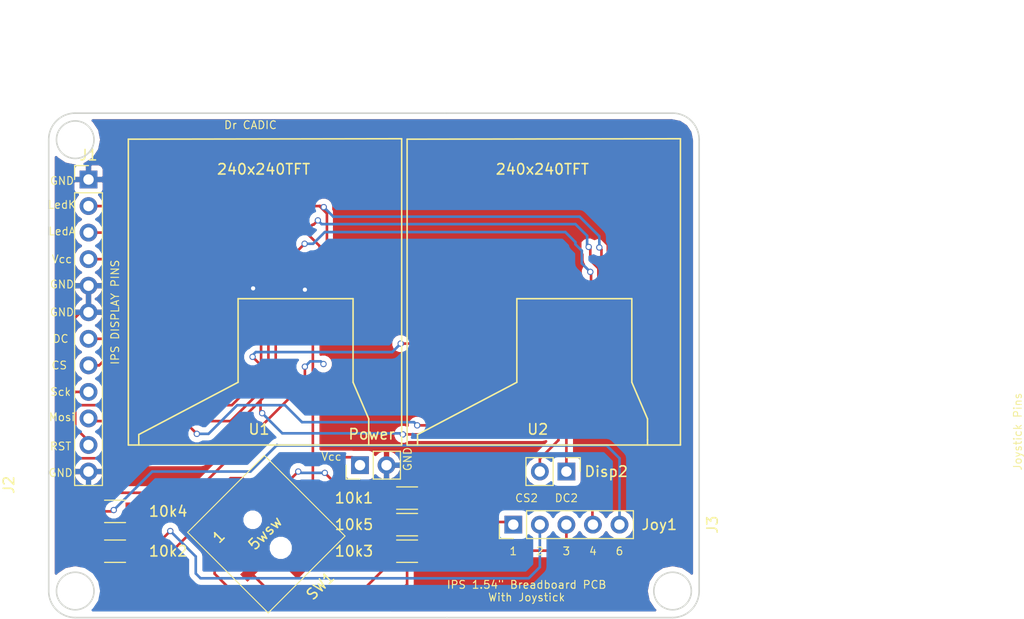
<source format=kicad_pcb>
(kicad_pcb (version 4) (host pcbnew 4.0.7)

  (general
    (links 40)
    (no_connects 0)
    (area 106.975 101.524999 205.12 149.935001)
    (thickness 1.6)
    (drawings 40)
    (tracks 283)
    (zones 0)
    (modules 12)
    (nets 22)
  )

  (page A4)
  (layers
    (0 F.Cu signal)
    (31 B.Cu signal)
    (32 B.Adhes user)
    (33 F.Adhes user)
    (34 B.Paste user)
    (35 F.Paste user)
    (36 B.SilkS user)
    (37 F.SilkS user)
    (38 B.Mask user)
    (39 F.Mask user)
    (40 Dwgs.User user)
    (41 Cmts.User user)
    (42 Eco1.User user)
    (43 Eco2.User user)
    (44 Edge.Cuts user)
    (45 Margin user)
    (46 B.CrtYd user)
    (47 F.CrtYd user)
    (48 B.Fab user)
    (49 F.Fab user)
  )

  (setup
    (last_trace_width 0.25)
    (trace_clearance 0.2)
    (zone_clearance 0.508)
    (zone_45_only no)
    (trace_min 0.2)
    (segment_width 0.2)
    (edge_width 0.15)
    (via_size 0.6)
    (via_drill 0.4)
    (via_min_size 0.4)
    (via_min_drill 0.3)
    (uvia_size 0.3)
    (uvia_drill 0.1)
    (uvias_allowed no)
    (uvia_min_size 0.2)
    (uvia_min_drill 0.1)
    (pcb_text_width 0.3)
    (pcb_text_size 1.5 1.5)
    (mod_edge_width 0.15)
    (mod_text_size 1 1)
    (mod_text_width 0.15)
    (pad_size 1.524 1.524)
    (pad_drill 0.762)
    (pad_to_mask_clearance 0.2)
    (aux_axis_origin 0 0)
    (visible_elements 7FFFFFFF)
    (pcbplotparams
      (layerselection 0x010ff_80000001)
      (usegerberextensions false)
      (excludeedgelayer true)
      (linewidth 0.100000)
      (plotframeref false)
      (viasonmask false)
      (mode 1)
      (useauxorigin false)
      (hpglpennumber 1)
      (hpglpenspeed 20)
      (hpglpendiameter 15)
      (hpglpenoverlay 2)
      (psnegative false)
      (psa4output false)
      (plotreference true)
      (plotvalue true)
      (plotinvisibletext false)
      (padsonsilk false)
      (subtractmaskfromsilk false)
      (outputformat 1)
      (mirror false)
      (drillshape 0)
      (scaleselection 1)
      (outputdirectory gerber/))
  )

  (net 0 "")
  (net 1 "Net-(10k1-Pad1)")
  (net 2 "Net-(10k1-Pad2)")
  (net 3 "Net-(10k2-Pad1)")
  (net 4 "Net-(10k2-Pad2)")
  (net 5 "Net-(10k3-Pad1)")
  (net 6 "Net-(10k3-Pad2)")
  (net 7 "Net-(10k4-Pad1)")
  (net 8 "Net-(10k4-Pad2)")
  (net 9 "Net-(10k5-Pad1)")
  (net 10 "Net-(10k5-Pad2)")
  (net 11 GND)
  (net 12 /VCC)
  (net 13 "Net-(J1-Pad7)")
  (net 14 "Net-(J1-Pad8)")
  (net 15 /LEDK)
  (net 16 /LEDA)
  (net 17 /SCK)
  (net 18 /Mosi)
  (net 19 /Reset)
  (net 20 /DC2)
  (net 21 /CS2)

  (net_class Default "Ceci est la Netclass par défaut"
    (clearance 0.2)
    (trace_width 0.25)
    (via_dia 0.6)
    (via_drill 0.4)
    (uvia_dia 0.3)
    (uvia_drill 0.1)
    (add_net /CS2)
    (add_net /DC2)
    (add_net /LEDA)
    (add_net /LEDK)
    (add_net /Mosi)
    (add_net /Reset)
    (add_net /SCK)
    (add_net /VCC)
    (add_net GND)
    (add_net "Net-(10k1-Pad1)")
    (add_net "Net-(10k1-Pad2)")
    (add_net "Net-(10k2-Pad1)")
    (add_net "Net-(10k2-Pad2)")
    (add_net "Net-(10k3-Pad1)")
    (add_net "Net-(10k3-Pad2)")
    (add_net "Net-(10k4-Pad1)")
    (add_net "Net-(10k4-Pad2)")
    (add_net "Net-(10k5-Pad1)")
    (add_net "Net-(10k5-Pad2)")
    (add_net "Net-(J1-Pad7)")
    (add_net "Net-(J1-Pad8)")
  )

  (module Resistors_SMD:R_1206_HandSoldering (layer F.Cu) (tedit 5CB82E52) (tstamp 5CB82C70)
    (at 146.05 140.97)
    (descr "Resistor SMD 1206, hand soldering")
    (tags "resistor 1206")
    (path /5CB82B3E)
    (attr smd)
    (fp_text reference 10k1 (at -5.08 -2.54) (layer F.SilkS)
      (effects (font (size 1 1) (thickness 0.15)))
    )
    (fp_text value R (at 0 1.9) (layer F.Fab)
      (effects (font (size 1 1) (thickness 0.15)))
    )
    (fp_text user %R (at 0 0) (layer F.Fab)
      (effects (font (size 0.7 0.7) (thickness 0.105)))
    )
    (fp_line (start -1.6 0.8) (end -1.6 -0.8) (layer F.Fab) (width 0.1))
    (fp_line (start 1.6 0.8) (end -1.6 0.8) (layer F.Fab) (width 0.1))
    (fp_line (start 1.6 -0.8) (end 1.6 0.8) (layer F.Fab) (width 0.1))
    (fp_line (start -1.6 -0.8) (end 1.6 -0.8) (layer F.Fab) (width 0.1))
    (fp_line (start 1 1.07) (end -1 1.07) (layer F.SilkS) (width 0.12))
    (fp_line (start -1 -1.07) (end 1 -1.07) (layer F.SilkS) (width 0.12))
    (fp_line (start -3.25 -1.11) (end 3.25 -1.11) (layer F.CrtYd) (width 0.05))
    (fp_line (start -3.25 -1.11) (end -3.25 1.1) (layer F.CrtYd) (width 0.05))
    (fp_line (start 3.25 1.1) (end 3.25 -1.11) (layer F.CrtYd) (width 0.05))
    (fp_line (start 3.25 1.1) (end -3.25 1.1) (layer F.CrtYd) (width 0.05))
    (pad 1 smd rect (at -2 0) (size 2 1.7) (layers F.Cu F.Paste F.Mask)
      (net 1 "Net-(10k1-Pad1)"))
    (pad 2 smd rect (at 2 0) (size 2 1.7) (layers F.Cu F.Paste F.Mask)
      (net 2 "Net-(10k1-Pad2)"))
    (model ${KISYS3DMOD}/Resistors_SMD.3dshapes/R_1206.wrl
      (at (xyz 0 0 0))
      (scale (xyz 1 1 1))
      (rotate (xyz 0 0 0))
    )
  )

  (module Resistors_SMD:R_1206_HandSoldering (layer F.Cu) (tedit 5CB82E5E) (tstamp 5CB82C81)
    (at 118.11 143.51)
    (descr "Resistor SMD 1206, hand soldering")
    (tags "resistor 1206")
    (path /5CB82BD6)
    (attr smd)
    (fp_text reference 10k2 (at 5.08 0) (layer F.SilkS)
      (effects (font (size 1 1) (thickness 0.15)))
    )
    (fp_text value R (at 0 1.9) (layer F.Fab)
      (effects (font (size 1 1) (thickness 0.15)))
    )
    (fp_text user %R (at 0 0) (layer F.Fab)
      (effects (font (size 0.7 0.7) (thickness 0.105)))
    )
    (fp_line (start -1.6 0.8) (end -1.6 -0.8) (layer F.Fab) (width 0.1))
    (fp_line (start 1.6 0.8) (end -1.6 0.8) (layer F.Fab) (width 0.1))
    (fp_line (start 1.6 -0.8) (end 1.6 0.8) (layer F.Fab) (width 0.1))
    (fp_line (start -1.6 -0.8) (end 1.6 -0.8) (layer F.Fab) (width 0.1))
    (fp_line (start 1 1.07) (end -1 1.07) (layer F.SilkS) (width 0.12))
    (fp_line (start -1 -1.07) (end 1 -1.07) (layer F.SilkS) (width 0.12))
    (fp_line (start -3.25 -1.11) (end 3.25 -1.11) (layer F.CrtYd) (width 0.05))
    (fp_line (start -3.25 -1.11) (end -3.25 1.1) (layer F.CrtYd) (width 0.05))
    (fp_line (start 3.25 1.1) (end 3.25 -1.11) (layer F.CrtYd) (width 0.05))
    (fp_line (start 3.25 1.1) (end -3.25 1.1) (layer F.CrtYd) (width 0.05))
    (pad 1 smd rect (at -2 0) (size 2 1.7) (layers F.Cu F.Paste F.Mask)
      (net 3 "Net-(10k2-Pad1)"))
    (pad 2 smd rect (at 2 0) (size 2 1.7) (layers F.Cu F.Paste F.Mask)
      (net 4 "Net-(10k2-Pad2)"))
    (model ${KISYS3DMOD}/Resistors_SMD.3dshapes/R_1206.wrl
      (at (xyz 0 0 0))
      (scale (xyz 1 1 1))
      (rotate (xyz 0 0 0))
    )
  )

  (module Resistors_SMD:R_1206_HandSoldering (layer F.Cu) (tedit 5CB82E49) (tstamp 5CB82C92)
    (at 146.05 143.51)
    (descr "Resistor SMD 1206, hand soldering")
    (tags "resistor 1206")
    (path /5CB82C2D)
    (attr smd)
    (fp_text reference 10k3 (at -5.08 0) (layer F.SilkS)
      (effects (font (size 1 1) (thickness 0.15)))
    )
    (fp_text value R (at 0 1.9) (layer F.Fab)
      (effects (font (size 1 1) (thickness 0.15)))
    )
    (fp_text user %R (at 0 0) (layer F.Fab)
      (effects (font (size 0.7 0.7) (thickness 0.105)))
    )
    (fp_line (start -1.6 0.8) (end -1.6 -0.8) (layer F.Fab) (width 0.1))
    (fp_line (start 1.6 0.8) (end -1.6 0.8) (layer F.Fab) (width 0.1))
    (fp_line (start 1.6 -0.8) (end 1.6 0.8) (layer F.Fab) (width 0.1))
    (fp_line (start -1.6 -0.8) (end 1.6 -0.8) (layer F.Fab) (width 0.1))
    (fp_line (start 1 1.07) (end -1 1.07) (layer F.SilkS) (width 0.12))
    (fp_line (start -1 -1.07) (end 1 -1.07) (layer F.SilkS) (width 0.12))
    (fp_line (start -3.25 -1.11) (end 3.25 -1.11) (layer F.CrtYd) (width 0.05))
    (fp_line (start -3.25 -1.11) (end -3.25 1.1) (layer F.CrtYd) (width 0.05))
    (fp_line (start 3.25 1.1) (end 3.25 -1.11) (layer F.CrtYd) (width 0.05))
    (fp_line (start 3.25 1.1) (end -3.25 1.1) (layer F.CrtYd) (width 0.05))
    (pad 1 smd rect (at -2 0) (size 2 1.7) (layers F.Cu F.Paste F.Mask)
      (net 5 "Net-(10k3-Pad1)"))
    (pad 2 smd rect (at 2 0) (size 2 1.7) (layers F.Cu F.Paste F.Mask)
      (net 6 "Net-(10k3-Pad2)"))
    (model ${KISYS3DMOD}/Resistors_SMD.3dshapes/R_1206.wrl
      (at (xyz 0 0 0))
      (scale (xyz 1 1 1))
      (rotate (xyz 0 0 0))
    )
  )

  (module Resistors_SMD:R_1206_HandSoldering (layer F.Cu) (tedit 5CB82E5A) (tstamp 5CB82CA3)
    (at 118.11 139.7)
    (descr "Resistor SMD 1206, hand soldering")
    (tags "resistor 1206")
    (path /5CB82A34)
    (attr smd)
    (fp_text reference 10k4 (at 5.08 0) (layer F.SilkS)
      (effects (font (size 1 1) (thickness 0.15)))
    )
    (fp_text value R (at 0 1.9) (layer F.Fab)
      (effects (font (size 1 1) (thickness 0.15)))
    )
    (fp_text user %R (at 0 0) (layer F.Fab)
      (effects (font (size 0.7 0.7) (thickness 0.105)))
    )
    (fp_line (start -1.6 0.8) (end -1.6 -0.8) (layer F.Fab) (width 0.1))
    (fp_line (start 1.6 0.8) (end -1.6 0.8) (layer F.Fab) (width 0.1))
    (fp_line (start 1.6 -0.8) (end 1.6 0.8) (layer F.Fab) (width 0.1))
    (fp_line (start -1.6 -0.8) (end 1.6 -0.8) (layer F.Fab) (width 0.1))
    (fp_line (start 1 1.07) (end -1 1.07) (layer F.SilkS) (width 0.12))
    (fp_line (start -1 -1.07) (end 1 -1.07) (layer F.SilkS) (width 0.12))
    (fp_line (start -3.25 -1.11) (end 3.25 -1.11) (layer F.CrtYd) (width 0.05))
    (fp_line (start -3.25 -1.11) (end -3.25 1.1) (layer F.CrtYd) (width 0.05))
    (fp_line (start 3.25 1.1) (end 3.25 -1.11) (layer F.CrtYd) (width 0.05))
    (fp_line (start 3.25 1.1) (end -3.25 1.1) (layer F.CrtYd) (width 0.05))
    (pad 1 smd rect (at -2 0) (size 2 1.7) (layers F.Cu F.Paste F.Mask)
      (net 7 "Net-(10k4-Pad1)"))
    (pad 2 smd rect (at 2 0) (size 2 1.7) (layers F.Cu F.Paste F.Mask)
      (net 8 "Net-(10k4-Pad2)"))
    (model ${KISYS3DMOD}/Resistors_SMD.3dshapes/R_1206.wrl
      (at (xyz 0 0 0))
      (scale (xyz 1 1 1))
      (rotate (xyz 0 0 0))
    )
  )

  (module Resistors_SMD:R_1206_HandSoldering (layer F.Cu) (tedit 5CB82E4E) (tstamp 5CB82CB4)
    (at 146.05 138.43 180)
    (descr "Resistor SMD 1206, hand soldering")
    (tags "resistor 1206")
    (path /5CB82848)
    (attr smd)
    (fp_text reference 10k5 (at 5.08 -2.54 180) (layer F.SilkS)
      (effects (font (size 1 1) (thickness 0.15)))
    )
    (fp_text value R (at 0 1.9 180) (layer F.Fab)
      (effects (font (size 1 1) (thickness 0.15)))
    )
    (fp_text user %R (at 0 0 180) (layer F.Fab)
      (effects (font (size 0.7 0.7) (thickness 0.105)))
    )
    (fp_line (start -1.6 0.8) (end -1.6 -0.8) (layer F.Fab) (width 0.1))
    (fp_line (start 1.6 0.8) (end -1.6 0.8) (layer F.Fab) (width 0.1))
    (fp_line (start 1.6 -0.8) (end 1.6 0.8) (layer F.Fab) (width 0.1))
    (fp_line (start -1.6 -0.8) (end 1.6 -0.8) (layer F.Fab) (width 0.1))
    (fp_line (start 1 1.07) (end -1 1.07) (layer F.SilkS) (width 0.12))
    (fp_line (start -1 -1.07) (end 1 -1.07) (layer F.SilkS) (width 0.12))
    (fp_line (start -3.25 -1.11) (end 3.25 -1.11) (layer F.CrtYd) (width 0.05))
    (fp_line (start -3.25 -1.11) (end -3.25 1.1) (layer F.CrtYd) (width 0.05))
    (fp_line (start 3.25 1.1) (end 3.25 -1.11) (layer F.CrtYd) (width 0.05))
    (fp_line (start 3.25 1.1) (end -3.25 1.1) (layer F.CrtYd) (width 0.05))
    (pad 1 smd rect (at -2 0 180) (size 2 1.7) (layers F.Cu F.Paste F.Mask)
      (net 9 "Net-(10k5-Pad1)"))
    (pad 2 smd rect (at 2 0 180) (size 2 1.7) (layers F.Cu F.Paste F.Mask)
      (net 10 "Net-(10k5-Pad2)"))
    (model ${KISYS3DMOD}/Resistors_SMD.3dshapes/R_1206.wrl
      (at (xyz 0 0 0))
      (scale (xyz 1 1 1))
      (rotate (xyz 0 0 0))
    )
  )

  (module Socket_Strips:Socket_Strip_Straight_1x12_Pitch2.54mm (layer F.Cu) (tedit 5CB83EC3) (tstamp 5CB82CD3)
    (at 115.57 107.95)
    (descr "Through hole straight socket strip, 1x12, 2.54mm pitch, single row")
    (tags "Through hole socket strip THT 1x12 2.54mm single row")
    (path /5CB72FEA)
    (fp_text reference J1 (at 0 -2.33) (layer F.SilkS)
      (effects (font (size 1 1) (thickness 0.15)))
    )
    (fp_text value ConVid (at -5.9309 21.1328 90) (layer F.Fab)
      (effects (font (size 1 1) (thickness 0.15)))
    )
    (fp_line (start -1.27 -1.27) (end -1.27 29.21) (layer F.Fab) (width 0.1))
    (fp_line (start -1.27 29.21) (end 1.27 29.21) (layer F.Fab) (width 0.1))
    (fp_line (start 1.27 29.21) (end 1.27 -1.27) (layer F.Fab) (width 0.1))
    (fp_line (start 1.27 -1.27) (end -1.27 -1.27) (layer F.Fab) (width 0.1))
    (fp_line (start -1.33 1.27) (end -1.33 29.27) (layer F.SilkS) (width 0.12))
    (fp_line (start -1.33 29.27) (end 1.33 29.27) (layer F.SilkS) (width 0.12))
    (fp_line (start 1.33 29.27) (end 1.33 1.27) (layer F.SilkS) (width 0.12))
    (fp_line (start 1.33 1.27) (end -1.33 1.27) (layer F.SilkS) (width 0.12))
    (fp_line (start -1.33 0) (end -1.33 -1.33) (layer F.SilkS) (width 0.12))
    (fp_line (start -1.33 -1.33) (end 0 -1.33) (layer F.SilkS) (width 0.12))
    (fp_line (start -1.8 -1.8) (end -1.8 29.75) (layer F.CrtYd) (width 0.05))
    (fp_line (start -1.8 29.75) (end 1.8 29.75) (layer F.CrtYd) (width 0.05))
    (fp_line (start 1.8 29.75) (end 1.8 -1.8) (layer F.CrtYd) (width 0.05))
    (fp_line (start 1.8 -1.8) (end -1.8 -1.8) (layer F.CrtYd) (width 0.05))
    (fp_text user %R (at 0 -2.33) (layer F.Fab)
      (effects (font (size 1 1) (thickness 0.15)))
    )
    (pad 1 thru_hole rect (at 0 0) (size 1.7 1.7) (drill 1) (layers *.Cu *.Mask)
      (net 11 GND))
    (pad 2 thru_hole oval (at 0 2.54) (size 1.7 1.7) (drill 1) (layers *.Cu *.Mask)
      (net 15 /LEDK))
    (pad 3 thru_hole oval (at 0 5.08) (size 1.7 1.7) (drill 1) (layers *.Cu *.Mask)
      (net 16 /LEDA))
    (pad 4 thru_hole oval (at 0 7.62) (size 1.7 1.7) (drill 1) (layers *.Cu *.Mask)
      (net 12 /VCC))
    (pad 5 thru_hole oval (at 0 10.16) (size 1.7 1.7) (drill 1) (layers *.Cu *.Mask)
      (net 11 GND))
    (pad 6 thru_hole oval (at 0 12.7) (size 1.7 1.7) (drill 1) (layers *.Cu *.Mask)
      (net 11 GND))
    (pad 7 thru_hole oval (at 0 15.24) (size 1.7 1.7) (drill 1) (layers *.Cu *.Mask)
      (net 13 "Net-(J1-Pad7)"))
    (pad 8 thru_hole oval (at 0 17.78) (size 1.7 1.7) (drill 1) (layers *.Cu *.Mask)
      (net 14 "Net-(J1-Pad8)"))
    (pad 9 thru_hole oval (at 0 20.32) (size 1.7 1.7) (drill 1) (layers *.Cu *.Mask)
      (net 17 /SCK))
    (pad 10 thru_hole oval (at 0 22.86) (size 1.7 1.7) (drill 1) (layers *.Cu *.Mask)
      (net 18 /Mosi))
    (pad 11 thru_hole oval (at 0 25.4) (size 1.7 1.7) (drill 1) (layers *.Cu *.Mask)
      (net 19 /Reset))
    (pad 12 thru_hole oval (at 0 27.94) (size 1.7 1.7) (drill 1) (layers *.Cu *.Mask)
      (net 11 GND))
    (model ${KISYS3DMOD}/Socket_Strips.3dshapes/Socket_Strip_Straight_1x12_Pitch2.54mm.wrl
      (at (xyz 0 -0.55 0))
      (scale (xyz 1 1 1))
      (rotate (xyz 0 0 270))
    )
  )

  (module Socket_Strips:Socket_Strip_Straight_1x05_Pitch2.54mm (layer F.Cu) (tedit 5CB86228) (tstamp 5CB82CEB)
    (at 156.21 140.97 90)
    (descr "Through hole straight socket strip, 1x05, 2.54mm pitch, single row")
    (tags "Through hole socket strip THT 1x05 2.54mm single row")
    (path /5CB82E0B)
    (fp_text reference Joy1 (at 0 13.97 180) (layer F.SilkS)
      (effects (font (size 1 1) (thickness 0.15)))
    )
    (fp_text value Conn_01x05 (at 6.35 19.05 270) (layer F.Fab)
      (effects (font (size 1 1) (thickness 0.15)))
    )
    (fp_line (start -1.27 -1.27) (end -1.27 11.43) (layer F.Fab) (width 0.1))
    (fp_line (start -1.27 11.43) (end 1.27 11.43) (layer F.Fab) (width 0.1))
    (fp_line (start 1.27 11.43) (end 1.27 -1.27) (layer F.Fab) (width 0.1))
    (fp_line (start 1.27 -1.27) (end -1.27 -1.27) (layer F.Fab) (width 0.1))
    (fp_line (start -1.33 1.27) (end -1.33 11.49) (layer F.SilkS) (width 0.12))
    (fp_line (start -1.33 11.49) (end 1.33 11.49) (layer F.SilkS) (width 0.12))
    (fp_line (start 1.33 11.49) (end 1.33 1.27) (layer F.SilkS) (width 0.12))
    (fp_line (start 1.33 1.27) (end -1.33 1.27) (layer F.SilkS) (width 0.12))
    (fp_line (start -1.33 0) (end -1.33 -1.33) (layer F.SilkS) (width 0.12))
    (fp_line (start -1.33 -1.33) (end 0 -1.33) (layer F.SilkS) (width 0.12))
    (fp_line (start -1.8 -1.8) (end -1.8 11.95) (layer F.CrtYd) (width 0.05))
    (fp_line (start -1.8 11.95) (end 1.8 11.95) (layer F.CrtYd) (width 0.05))
    (fp_line (start 1.8 11.95) (end 1.8 -1.8) (layer F.CrtYd) (width 0.05))
    (fp_line (start 1.8 -1.8) (end -1.8 -1.8) (layer F.CrtYd) (width 0.05))
    (fp_text user %R (at -3.81 19.05 90) (layer F.Fab)
      (effects (font (size 1 1) (thickness 0.15)))
    )
    (pad 1 thru_hole rect (at 0 0 90) (size 1.7 1.7) (drill 1) (layers *.Cu *.Mask)
      (net 2 "Net-(10k1-Pad2)"))
    (pad 2 thru_hole oval (at 0 2.54 90) (size 1.7 1.7) (drill 1) (layers *.Cu *.Mask)
      (net 4 "Net-(10k2-Pad2)"))
    (pad 3 thru_hole oval (at 0 5.08 90) (size 1.7 1.7) (drill 1) (layers *.Cu *.Mask)
      (net 6 "Net-(10k3-Pad2)"))
    (pad 4 thru_hole oval (at 0 7.62 90) (size 1.7 1.7) (drill 1) (layers *.Cu *.Mask)
      (net 9 "Net-(10k5-Pad1)"))
    (pad 5 thru_hole oval (at 0 10.16 90) (size 1.7 1.7) (drill 1) (layers *.Cu *.Mask)
      (net 7 "Net-(10k4-Pad1)"))
    (model ${KISYS3DMOD}/Socket_Strips.3dshapes/Socket_Strip_Straight_1x05_Pitch2.54mm.wrl
      (at (xyz 0 -0.2 0))
      (scale (xyz 1 1 1))
      (rotate (xyz 0 0 270))
    )
  )

  (module bbq10kbd_kit-master:5WAY_sw (layer F.Cu) (tedit 59308240) (tstamp 5CB82D02)
    (at 128.27 143.51 45)
    (path /5CB8241A)
    (fp_text reference SW1 (at 4.35 9.05 45) (layer F.SilkS)
      (effects (font (size 1 1) (thickness 0.15)))
    )
    (fp_text value 5W_SW (at 4.5 -5.9 45) (layer F.Fab)
      (effects (font (size 1 1) (thickness 0.15)))
    )
    (fp_text user 5wsw (at 4.2 1.75 45) (layer F.SilkS)
      (effects (font (size 1 1) (thickness 0.15)))
    )
    (fp_text user 1 (at 0.8 -1.15 45) (layer F.SilkS)
      (effects (font (size 1 1) (thickness 0.15)))
    )
    (fp_line (start 0 -3.55) (end 9.4 -3.55) (layer F.SilkS) (width 0.1))
    (fp_line (start 9.4 -3.55) (end 9.4 7.35) (layer F.SilkS) (width 0.1))
    (fp_line (start 9.4 7.35) (end -1 7.35) (layer F.SilkS) (width 0.1))
    (fp_line (start -1 7.35) (end -1 -3.55) (layer F.SilkS) (width 0.1))
    (fp_line (start -1 -3.55) (end 0 -3.55) (layer F.SilkS) (width 0.1))
    (fp_circle (center 4.25 0) (end 4.65 -0.1) (layer Margin) (width 0.1))
    (fp_circle (center 4.25 3.8) (end 4.8 3.75) (layer Margin) (width 0.1))
    (pad 6 smd rect (at 7.8 3.35 45) (size 2 1) (layers F.Cu F.Paste F.Mask)
      (net 8 "Net-(10k4-Pad2)"))
    (pad 5 smd rect (at 7.8 1.925 45) (size 2 1) (layers F.Cu F.Paste F.Mask)
      (net 12 /VCC))
    (pad 4 smd rect (at 7.8 0.5 45) (size 2 1) (layers F.Cu F.Paste F.Mask)
      (net 10 "Net-(10k5-Pad2)"))
    (pad 1 smd rect (at 0.7 0.5 45) (size 2 1) (layers F.Cu F.Paste F.Mask)
      (net 1 "Net-(10k1-Pad1)"))
    (pad 3 smd rect (at 0.7 3.35 45) (size 2 1) (layers F.Cu F.Paste F.Mask)
      (net 5 "Net-(10k3-Pad1)"))
    (pad 2 smd rect (at 0.7 1.925 45) (size 2 1) (layers F.Cu F.Paste F.Mask)
      (net 3 "Net-(10k2-Pad1)"))
    (pad "" smd rect (at 4.25 6.05 45) (size 2 2) (layers F.Cu F.Paste F.Mask))
    (pad "" smd rect (at 4.35 -2.25 45) (size 2 2) (layers F.Cu F.Paste F.Mask))
    (pad "" np_thru_hole circle (at 4.25 0 45) (size 0.76 0.76) (drill 0.76) (layers *.Cu *.Mask))
    (pad "" np_thru_hole circle (at 4.25 3.8 45) (size 1.1 1.1) (drill 1.1) (layers *.Cu *.Mask))
    (model D:/NasCloud/Creation3D/HIROSE_BBOARD/joystick.wrl
      (at (xyz 0.022 -0.222 0))
      (scale (xyz 0.393701 0.393701 0.393701))
      (rotate (xyz 0 0 0))
    )
  )

  (module stm32china:240240TFT (layer F.Cu) (tedit 5C98F00F) (tstamp 5CB82D27)
    (at 119.38 133.35)
    (path /5CB72EF7)
    (fp_text reference U1 (at 12.5 -1.5) (layer F.SilkS)
      (effects (font (size 1 1) (thickness 0.15)))
    )
    (fp_text value 240x240TFT (at 12.94 -26.38) (layer F.SilkS)
      (effects (font (size 1 1) (thickness 0.15)))
    )
    (fp_line (start 1 -1) (end 1 0) (layer F.SilkS) (width 0.15))
    (fp_line (start 23 -0.5) (end 23 0) (layer F.SilkS) (width 0.15))
    (fp_line (start 23 -0.5) (end 23 -2.5) (layer F.SilkS) (width 0.15))
    (fp_line (start 23 -2.5) (end 21.5 -6) (layer F.SilkS) (width 0.15))
    (fp_line (start 21.5 -6) (end 21.5 -14) (layer F.SilkS) (width 0.15))
    (fp_line (start 21.5 -14) (end 10.5 -14) (layer F.SilkS) (width 0.15))
    (fp_line (start 10.5 -14) (end 10.5 -6) (layer F.SilkS) (width 0.15))
    (fp_line (start 10.5 -6) (end 1 -1) (layer F.SilkS) (width 0.15))
    (fp_line (start 1 -3.5) (end 25.5 -3.5) (layer F.CrtYd) (width 0.15))
    (fp_line (start 25.5 -3.5) (end 25.5 -4) (layer F.CrtYd) (width 0.15))
    (fp_line (start 0.5 -28.5) (end 25.5 -28.5) (layer F.CrtYd) (width 0.15))
    (fp_line (start 25.5 -28.5) (end 25.5 -4) (layer F.CrtYd) (width 0.15))
    (fp_line (start 1 -3.5) (end 0.5 -3.5) (layer F.CrtYd) (width 0.15))
    (fp_line (start 0.5 -3.5) (end 0.5 -28.5) (layer F.CrtYd) (width 0.15))
    (fp_line (start 19.68 -13.12) (end 19.68 -12.84) (layer F.CrtYd) (width 0.15))
    (fp_line (start 11.98 -13.03) (end 11.98 -12.95) (layer F.CrtYd) (width 0.15))
    (fp_line (start -0.03 -13.12) (end 0.73 -13.12) (layer F.CrtYd) (width 0.15))
    (fp_line (start 0 0) (end 0 -29.26) (layer F.SilkS) (width 0.15))
    (fp_line (start 0 -29.26) (end 26.15 -29.3) (layer F.SilkS) (width 0.15))
    (fp_line (start 26.15 -29.3) (end 26.15 0) (layer F.SilkS) (width 0.15))
    (fp_line (start 26.15 0) (end 0 0) (layer F.SilkS) (width 0.15))
    (pad 1 smd rect (at 19.7 -12.7) (size 0.35 2) (layers F.Cu F.Paste F.Mask)
      (net 11 GND))
    (pad 2 smd rect (at 19 -12.7) (size 0.35 2) (layers F.Cu F.Paste F.Mask)
      (net 15 /LEDK))
    (pad 3 smd rect (at 18.3 -12.7) (size 0.35 2) (layers F.Cu F.Paste F.Mask)
      (net 16 /LEDA))
    (pad 4 smd rect (at 17.6 -12.7) (size 0.35 2) (layers F.Cu F.Paste F.Mask)
      (net 12 /VCC))
    (pad 5 smd rect (at 16.9 -12.7) (size 0.35 2) (layers F.Cu F.Paste F.Mask)
      (net 11 GND))
    (pad 6 smd rect (at 16.2 -12.7) (size 0.35 2) (layers F.Cu F.Paste F.Mask)
      (net 11 GND))
    (pad 7 smd rect (at 15.5 -12.7) (size 0.35 2) (layers F.Cu F.Paste F.Mask)
      (net 13 "Net-(J1-Pad7)"))
    (pad 8 smd rect (at 14.8 -12.7) (size 0.35 2) (layers F.Cu F.Paste F.Mask)
      (net 14 "Net-(J1-Pad8)"))
    (pad 9 smd rect (at 14.1 -12.7) (size 0.35 2) (layers F.Cu F.Paste F.Mask)
      (net 17 /SCK))
    (pad 10 smd rect (at 13.4 -12.7) (size 0.35 2) (layers F.Cu F.Paste F.Mask)
      (net 18 /Mosi))
    (pad 11 smd rect (at 12.7 -12.7) (size 0.35 2) (layers F.Cu F.Paste F.Mask)
      (net 19 /Reset))
    (pad 12 smd rect (at 12 -12.7) (size 0.35 2) (layers F.Cu F.Paste F.Mask)
      (net 11 GND))
  )

  (module Socket_Strips:Socket_Strip_Straight_1x02_Pitch2.54mm (layer F.Cu) (tedit 5CB867E3) (tstamp 5CB83EEA)
    (at 141.5415 135.2804 90)
    (descr "Through hole straight socket strip, 1x02, 2.54mm pitch, single row")
    (tags "Through hole socket strip THT 1x02 2.54mm single row")
    (path /5CB83E3C)
    (fp_text reference J2 (at -1.8796 -33.5915 90) (layer F.SilkS)
      (effects (font (size 1 1) (thickness 0.15)))
    )
    (fp_text value Power (at 2.9591 1.1176 180) (layer F.SilkS)
      (effects (font (size 1 1) (thickness 0.15)))
    )
    (fp_line (start -1.27 -1.27) (end -1.27 3.81) (layer F.Fab) (width 0.1))
    (fp_line (start -1.27 3.81) (end 1.27 3.81) (layer F.Fab) (width 0.1))
    (fp_line (start 1.27 3.81) (end 1.27 -1.27) (layer F.Fab) (width 0.1))
    (fp_line (start 1.27 -1.27) (end -1.27 -1.27) (layer F.Fab) (width 0.1))
    (fp_line (start -1.33 1.27) (end -1.33 3.87) (layer F.SilkS) (width 0.12))
    (fp_line (start -1.33 3.87) (end 1.33 3.87) (layer F.SilkS) (width 0.12))
    (fp_line (start 1.33 3.87) (end 1.33 1.27) (layer F.SilkS) (width 0.12))
    (fp_line (start 1.33 1.27) (end -1.33 1.27) (layer F.SilkS) (width 0.12))
    (fp_line (start -1.33 0) (end -1.33 -1.33) (layer F.SilkS) (width 0.12))
    (fp_line (start -1.33 -1.33) (end 0 -1.33) (layer F.SilkS) (width 0.12))
    (fp_line (start -1.8 -1.8) (end -1.8 4.35) (layer F.CrtYd) (width 0.05))
    (fp_line (start -1.8 4.35) (end 1.8 4.35) (layer F.CrtYd) (width 0.05))
    (fp_line (start 1.8 4.35) (end 1.8 -1.8) (layer F.CrtYd) (width 0.05))
    (fp_line (start 1.8 -1.8) (end -1.8 -1.8) (layer F.CrtYd) (width 0.05))
    (fp_text user %R (at 0 -2.33 90) (layer F.Fab)
      (effects (font (size 1 1) (thickness 0.15)))
    )
    (pad 1 thru_hole rect (at 0 0 90) (size 1.7 1.7) (drill 1) (layers *.Cu *.Mask)
      (net 12 /VCC))
    (pad 2 thru_hole oval (at 0 2.54 90) (size 1.7 1.7) (drill 1) (layers *.Cu *.Mask)
      (net 11 GND))
    (model ${KISYS3DMOD}/Socket_Strips.3dshapes/Socket_Strip_Straight_1x02_Pitch2.54mm.wrl
      (at (xyz 0 -0.05 0))
      (scale (xyz 1 1 1))
      (rotate (xyz 0 0 270))
    )
  )

  (module Socket_Strips:Socket_Strip_Straight_1x02_Pitch2.54mm (layer F.Cu) (tedit 5CB8621A) (tstamp 5CB86132)
    (at 161.29 135.89 270)
    (descr "Through hole straight socket strip, 1x02, 2.54mm pitch, single row")
    (tags "Through hole socket strip THT 1x02 2.54mm single row")
    (path /5CB87E22)
    (fp_text reference J3 (at 5.08 -13.97 270) (layer F.SilkS)
      (effects (font (size 1 1) (thickness 0.15)))
    )
    (fp_text value Disp2 (at 0 -3.81 360) (layer F.SilkS)
      (effects (font (size 1 1) (thickness 0.15)))
    )
    (fp_line (start -1.27 -1.27) (end -1.27 3.81) (layer F.Fab) (width 0.1))
    (fp_line (start -1.27 3.81) (end 1.27 3.81) (layer F.Fab) (width 0.1))
    (fp_line (start 1.27 3.81) (end 1.27 -1.27) (layer F.Fab) (width 0.1))
    (fp_line (start 1.27 -1.27) (end -1.27 -1.27) (layer F.Fab) (width 0.1))
    (fp_line (start -1.33 1.27) (end -1.33 3.87) (layer F.SilkS) (width 0.12))
    (fp_line (start -1.33 3.87) (end 1.33 3.87) (layer F.SilkS) (width 0.12))
    (fp_line (start 1.33 3.87) (end 1.33 1.27) (layer F.SilkS) (width 0.12))
    (fp_line (start 1.33 1.27) (end -1.33 1.27) (layer F.SilkS) (width 0.12))
    (fp_line (start -1.33 0) (end -1.33 -1.33) (layer F.SilkS) (width 0.12))
    (fp_line (start -1.33 -1.33) (end 0 -1.33) (layer F.SilkS) (width 0.12))
    (fp_line (start -1.8 -1.8) (end -1.8 4.35) (layer F.CrtYd) (width 0.05))
    (fp_line (start -1.8 4.35) (end 1.8 4.35) (layer F.CrtYd) (width 0.05))
    (fp_line (start 1.8 4.35) (end 1.8 -1.8) (layer F.CrtYd) (width 0.05))
    (fp_line (start 1.8 -1.8) (end -1.8 -1.8) (layer F.CrtYd) (width 0.05))
    (fp_text user %R (at 5.08 -13.97 270) (layer F.Fab)
      (effects (font (size 1 1) (thickness 0.15)))
    )
    (pad 1 thru_hole rect (at 0 0 270) (size 1.7 1.7) (drill 1) (layers *.Cu *.Mask)
      (net 20 /DC2))
    (pad 2 thru_hole oval (at 0 2.54 270) (size 1.7 1.7) (drill 1) (layers *.Cu *.Mask)
      (net 21 /CS2))
    (model ${KISYS3DMOD}/Socket_Strips.3dshapes/Socket_Strip_Straight_1x02_Pitch2.54mm.wrl
      (at (xyz 0 -0.05 0))
      (scale (xyz 1 1 1))
      (rotate (xyz 0 0 270))
    )
  )

  (module stm32china:240240TFT (layer F.Cu) (tedit 5C98F00F) (tstamp 5CB86157)
    (at 146.05 133.35)
    (path /5CB85A05)
    (fp_text reference U2 (at 12.5 -1.5) (layer F.SilkS)
      (effects (font (size 1 1) (thickness 0.15)))
    )
    (fp_text value 240x240TFT (at 12.94 -26.38) (layer F.SilkS)
      (effects (font (size 1 1) (thickness 0.15)))
    )
    (fp_line (start 1 -1) (end 1 0) (layer F.SilkS) (width 0.15))
    (fp_line (start 23 -0.5) (end 23 0) (layer F.SilkS) (width 0.15))
    (fp_line (start 23 -0.5) (end 23 -2.5) (layer F.SilkS) (width 0.15))
    (fp_line (start 23 -2.5) (end 21.5 -6) (layer F.SilkS) (width 0.15))
    (fp_line (start 21.5 -6) (end 21.5 -14) (layer F.SilkS) (width 0.15))
    (fp_line (start 21.5 -14) (end 10.5 -14) (layer F.SilkS) (width 0.15))
    (fp_line (start 10.5 -14) (end 10.5 -6) (layer F.SilkS) (width 0.15))
    (fp_line (start 10.5 -6) (end 1 -1) (layer F.SilkS) (width 0.15))
    (fp_line (start 1 -3.5) (end 25.5 -3.5) (layer F.CrtYd) (width 0.15))
    (fp_line (start 25.5 -3.5) (end 25.5 -4) (layer F.CrtYd) (width 0.15))
    (fp_line (start 0.5 -28.5) (end 25.5 -28.5) (layer F.CrtYd) (width 0.15))
    (fp_line (start 25.5 -28.5) (end 25.5 -4) (layer F.CrtYd) (width 0.15))
    (fp_line (start 1 -3.5) (end 0.5 -3.5) (layer F.CrtYd) (width 0.15))
    (fp_line (start 0.5 -3.5) (end 0.5 -28.5) (layer F.CrtYd) (width 0.15))
    (fp_line (start 19.68 -13.12) (end 19.68 -12.84) (layer F.CrtYd) (width 0.15))
    (fp_line (start 11.98 -13.03) (end 11.98 -12.95) (layer F.CrtYd) (width 0.15))
    (fp_line (start -0.03 -13.12) (end 0.73 -13.12) (layer F.CrtYd) (width 0.15))
    (fp_line (start 0 0) (end 0 -29.26) (layer F.SilkS) (width 0.15))
    (fp_line (start 0 -29.26) (end 26.15 -29.3) (layer F.SilkS) (width 0.15))
    (fp_line (start 26.15 -29.3) (end 26.15 0) (layer F.SilkS) (width 0.15))
    (fp_line (start 26.15 0) (end 0 0) (layer F.SilkS) (width 0.15))
    (pad 1 smd rect (at 19.7 -12.7) (size 0.35 2) (layers F.Cu F.Paste F.Mask)
      (net 11 GND))
    (pad 2 smd rect (at 19 -12.7) (size 0.35 2) (layers F.Cu F.Paste F.Mask)
      (net 15 /LEDK))
    (pad 3 smd rect (at 18.3 -12.7) (size 0.35 2) (layers F.Cu F.Paste F.Mask)
      (net 16 /LEDA))
    (pad 4 smd rect (at 17.6 -12.7) (size 0.35 2) (layers F.Cu F.Paste F.Mask)
      (net 12 /VCC))
    (pad 5 smd rect (at 16.9 -12.7) (size 0.35 2) (layers F.Cu F.Paste F.Mask)
      (net 11 GND))
    (pad 6 smd rect (at 16.2 -12.7) (size 0.35 2) (layers F.Cu F.Paste F.Mask)
      (net 11 GND))
    (pad 7 smd rect (at 15.5 -12.7) (size 0.35 2) (layers F.Cu F.Paste F.Mask)
      (net 20 /DC2))
    (pad 8 smd rect (at 14.8 -12.7) (size 0.35 2) (layers F.Cu F.Paste F.Mask)
      (net 21 /CS2))
    (pad 9 smd rect (at 14.1 -12.7) (size 0.35 2) (layers F.Cu F.Paste F.Mask)
      (net 17 /SCK))
    (pad 10 smd rect (at 13.4 -12.7) (size 0.35 2) (layers F.Cu F.Paste F.Mask)
      (net 18 /Mosi))
    (pad 11 smd rect (at 12.7 -12.7) (size 0.35 2) (layers F.Cu F.Paste F.Mask)
      (net 19 /Reset))
    (pad 12 smd rect (at 12 -12.7) (size 0.35 2) (layers F.Cu F.Paste F.Mask)
      (net 11 GND))
  )

  (dimension 62.23 (width 0.3) (layer Dwgs.User)
    (gr_text "62,230 mm" (at 142.875 92.63) (layer Dwgs.User)
      (effects (font (size 1.5 1.5) (thickness 0.3)))
    )
    (feature1 (pts (xy 173.99 101.6) (xy 173.99 91.28)))
    (feature2 (pts (xy 111.76 101.6) (xy 111.76 91.28)))
    (crossbar (pts (xy 111.76 93.98) (xy 173.99 93.98)))
    (arrow1a (pts (xy 173.99 93.98) (xy 172.863496 94.566421)))
    (arrow1b (pts (xy 173.99 93.98) (xy 172.863496 93.393579)))
    (arrow2a (pts (xy 111.76 93.98) (xy 112.886504 94.566421)))
    (arrow2b (pts (xy 111.76 93.98) (xy 112.886504 93.393579)))
  )
  (dimension 48.26 (width 0.3) (layer Dwgs.User)
    (gr_text "48,260 mm" (at 188.04 125.73 270) (layer Dwgs.User)
      (effects (font (size 1.5 1.5) (thickness 0.3)))
    )
    (feature1 (pts (xy 173.99 149.86) (xy 189.39 149.86)))
    (feature2 (pts (xy 173.99 101.6) (xy 189.39 101.6)))
    (crossbar (pts (xy 186.69 101.6) (xy 186.69 149.86)))
    (arrow1a (pts (xy 186.69 149.86) (xy 186.103579 148.733496)))
    (arrow1b (pts (xy 186.69 149.86) (xy 187.276421 148.733496)))
    (arrow2a (pts (xy 186.69 101.6) (xy 186.103579 102.726504)))
    (arrow2b (pts (xy 186.69 101.6) (xy 187.276421 102.726504)))
  )
  (gr_circle (center 171.45 147.32) (end 172.72 146.05) (layer Edge.Cuts) (width 0.15))
  (gr_text CS2 (at 157.48 138.43) (layer F.SilkS)
    (effects (font (size 0.75 0.75) (thickness 0.1)))
  )
  (gr_text DC2 (at 161.29 138.43) (layer F.SilkS)
    (effects (font (size 0.75 0.75) (thickness 0.1)))
  )
  (gr_arc (start 171.45 147.32) (end 173.99 147.32) (angle 90) (layer Edge.Cuts) (width 0.15))
  (gr_arc (start 171.45 104.14) (end 171.45 101.6) (angle 90) (layer Edge.Cuts) (width 0.15))
  (gr_line (start 149.86 101.6) (end 171.45 101.6) (angle 90) (layer Edge.Cuts) (width 0.15))
  (gr_line (start 173.99 147.32) (end 173.99 104.14) (angle 90) (layer Edge.Cuts) (width 0.15))
  (gr_line (start 149.86 149.86) (end 171.45 149.86) (angle 90) (layer Edge.Cuts) (width 0.15))
  (gr_text GND (at 146.1008 134.6962 90) (layer F.SilkS)
    (effects (font (size 0.75 0.75) (thickness 0.1)))
  )
  (gr_text Vcc (at 138.811 134.4676) (layer F.SilkS)
    (effects (font (size 0.75 0.75) (thickness 0.1)))
  )
  (gr_text 6 (at 166.37 143.51) (layer F.SilkS)
    (effects (font (size 0.75 0.75) (thickness 0.1)))
  )
  (gr_text 4 (at 163.83 143.51) (layer F.SilkS)
    (effects (font (size 0.75 0.75) (thickness 0.1)))
  )
  (gr_text 3 (at 161.29 143.51) (layer F.SilkS)
    (effects (font (size 0.75 0.75) (thickness 0.1)))
  )
  (gr_text 2 (at 158.75 143.51) (layer F.SilkS)
    (effects (font (size 0.75 0.75) (thickness 0.1)))
  )
  (gr_text 1 (at 156.21 143.51) (layer F.SilkS)
    (effects (font (size 0.75 0.75) (thickness 0.1)))
  )
  (gr_text "Joystick Pins" (at 204.47 132.08 90) (layer F.SilkS)
    (effects (font (size 0.75 0.75) (thickness 0.1)))
  )
  (gr_text "IPS DISPLAY PINS" (at 118.11 120.65 90) (layer F.SilkS)
    (effects (font (size 0.75 0.75) (thickness 0.1)))
  )
  (gr_text DC (at 112.903 123.19) (layer F.SilkS)
    (effects (font (size 0.75 0.75) (thickness 0.1)))
  )
  (gr_text CS (at 112.776 125.73) (layer F.SilkS)
    (effects (font (size 0.75 0.75) (thickness 0.1)))
  )
  (gr_text GND (at 112.903 136.017) (layer F.SilkS)
    (effects (font (size 0.75 0.75) (thickness 0.1)))
  )
  (gr_text Vcc (at 113.03 115.57) (layer F.SilkS)
    (effects (font (size 0.75 0.75) (thickness 0.1)))
  )
  (gr_text LedA (at 113.03 112.903) (layer F.SilkS)
    (effects (font (size 0.75 0.75) (thickness 0.1)))
  )
  (gr_text LedK (at 113.03 110.363) (layer F.SilkS)
    (effects (font (size 0.75 0.75) (thickness 0.1)))
  )
  (gr_text GND (at 113.03 120.65) (layer F.SilkS)
    (effects (font (size 0.75 0.75) (thickness 0.1)))
  )
  (gr_text GND (at 113.03 117.983) (layer F.SilkS)
    (effects (font (size 0.75 0.75) (thickness 0.1)))
  )
  (gr_text Sck (at 112.903 128.27) (layer F.SilkS)
    (effects (font (size 0.75 0.75) (thickness 0.1)))
  )
  (gr_text Mosi (at 113.03 130.683) (layer F.SilkS)
    (effects (font (size 0.75 0.75) (thickness 0.1)))
  )
  (gr_text RST (at 112.903 133.477) (layer F.SilkS)
    (effects (font (size 0.75 0.75) (thickness 0.1)))
  )
  (gr_text GND (at 113.03 108.077) (layer F.SilkS)
    (effects (font (size 0.75 0.75) (thickness 0.1)))
  )
  (gr_text "IPS 1.54\" Breadboard PCB\nWith Joystick" (at 157.48 147.32) (layer F.SilkS)
    (effects (font (size 0.75 0.75) (thickness 0.1)))
  )
  (gr_text "Dr CADIC" (at 131.064 102.743) (layer F.SilkS)
    (effects (font (size 0.75 0.75) (thickness 0.1)))
  )
  (gr_circle (center 114.3 104.14) (end 115.57 102.87) (layer Edge.Cuts) (width 0.15))
  (gr_circle (center 114.3 147.32) (end 115.57 146.05) (layer Edge.Cuts) (width 0.15))
  (gr_line (start 114.3 149.86) (end 149.86 149.86) (angle 90) (layer Edge.Cuts) (width 0.15))
  (gr_arc (start 114.3 147.32) (end 114.3 149.86) (angle 90) (layer Edge.Cuts) (width 0.15))
  (gr_arc (start 114.3 104.14) (end 111.76 104.14) (angle 90) (layer Edge.Cuts) (width 0.15))
  (gr_line (start 149.86 101.6) (end 114.3 101.6) (angle 90) (layer Edge.Cuts) (width 0.15))
  (gr_line (start 111.76 104.14) (end 111.76 147.32) (angle 90) (layer Edge.Cuts) (width 0.15))

  (segment (start 129.118528 143.368579) (end 129.118528 143.804472) (width 0.25) (layer F.Cu) (net 1))
  (segment (start 129.118528 143.804472) (end 127.635 145.288) (width 0.25) (layer F.Cu) (net 1) (tstamp 5CB830AD))
  (segment (start 127.635 145.288) (end 127.635 145.669) (width 0.25) (layer F.Cu) (net 1) (tstamp 5CB830AE))
  (segment (start 127.635 145.669) (end 130.429 148.463) (width 0.25) (layer F.Cu) (net 1) (tstamp 5CB830AF))
  (segment (start 130.429 148.463) (end 144.272 148.463) (width 0.25) (layer F.Cu) (net 1) (tstamp 5CB830B0))
  (segment (start 145.542 140.97) (end 144.05 140.97) (width 0.25) (layer F.Cu) (net 1) (tstamp 5CB830B7))
  (segment (start 144.272 148.463) (end 146.05 146.685) (width 0.25) (layer F.Cu) (net 1) (tstamp 5CB830B2))
  (segment (start 146.05 146.685) (end 146.05 141.478) (width 0.25) (layer F.Cu) (net 1) (tstamp 5CB830B4))
  (segment (start 146.05 141.478) (end 145.542 140.97) (width 0.25) (layer F.Cu) (net 1) (tstamp 5CB830B6))
  (segment (start 155.956 140.716) (end 150.495 140.716) (width 0.25) (layer F.Cu) (net 2))
  (segment (start 150.241 140.97) (end 150.495 140.716) (width 0.25) (layer F.Cu) (net 2) (tstamp 5CB8397F))
  (segment (start 150.241 140.97) (end 148.05 140.97) (width 0.25) (layer F.Cu) (net 2))
  (segment (start 155.956 140.716) (end 156.21 140.97) (width 0.25) (layer F.Cu) (net 2) (tstamp 5CB86736))
  (segment (start 130.126155 144.376206) (end 130.126155 144.066845) (width 0.25) (layer F.Cu) (net 3))
  (segment (start 130.126155 144.066845) (end 131.064 143.129) (width 0.25) (layer F.Cu) (net 3) (tstamp 5CB830BA))
  (segment (start 131.064 143.129) (end 131.064 142.748) (width 0.25) (layer F.Cu) (net 3) (tstamp 5CB830BB))
  (segment (start 131.064 142.748) (end 129.667 141.351) (width 0.25) (layer F.Cu) (net 3) (tstamp 5CB830BC))
  (segment (start 129.667 141.351) (end 125.73 141.351) (width 0.25) (layer F.Cu) (net 3) (tstamp 5CB830BD))
  (segment (start 125.73 141.351) (end 121.539 145.542) (width 0.25) (layer F.Cu) (net 3) (tstamp 5CB830BE))
  (segment (start 121.539 145.542) (end 116.332 145.542) (width 0.25) (layer F.Cu) (net 3) (tstamp 5CB830C0))
  (segment (start 116.332 145.542) (end 116.11 145.32) (width 0.25) (layer F.Cu) (net 3) (tstamp 5CB830C2))
  (segment (start 116.11 145.32) (end 116.11 143.51) (width 0.25) (layer F.Cu) (net 3) (tstamp 5CB830C3))
  (segment (start 120.11 143.51) (end 121.4628 143.51) (width 0.25) (layer F.Cu) (net 4))
  (segment (start 158.75 145.034) (end 158.75 140.97) (width 0.25) (layer B.Cu) (net 4) (tstamp 5CB86761))
  (segment (start 157.6832 146.1008) (end 158.75 145.034) (width 0.25) (layer B.Cu) (net 4) (tstamp 5CB8675F))
  (segment (start 126.2888 146.1008) (end 157.6832 146.1008) (width 0.25) (layer B.Cu) (net 4) (tstamp 5CB8675E))
  (segment (start 125.8316 145.6436) (end 126.2888 146.1008) (width 0.25) (layer B.Cu) (net 4) (tstamp 5CB8675C))
  (segment (start 125.8316 144.018) (end 125.8316 145.6436) (width 0.25) (layer B.Cu) (net 4) (tstamp 5CB8675A))
  (segment (start 123.3932 141.5796) (end 125.8316 144.018) (width 0.25) (layer B.Cu) (net 4) (tstamp 5CB86759))
  (via (at 123.3932 141.5796) (size 0.6) (drill 0.4) (layers F.Cu B.Cu) (net 4))
  (segment (start 121.4628 143.51) (end 123.3932 141.5796) (width 0.25) (layer F.Cu) (net 4) (tstamp 5CB86753))
  (segment (start 120.11 143.51) (end 120.11 142.843) (width 0.25) (layer F.Cu) (net 4))
  (segment (start 120.11 142.843) (end 118.999 141.732) (width 0.25) (layer F.Cu) (net 4) (tstamp 5CB830DD))
  (segment (start 118.999 141.732) (end 114.808 141.732) (width 0.25) (layer F.Cu) (net 4) (tstamp 5CB830DE))
  (segment (start 114.808 141.732) (end 113.919 140.843) (width 0.25) (layer F.Cu) (net 4) (tstamp 5CB830E0))
  (segment (start 113.919 140.843) (end 113.919 138.43) (width 0.25) (layer F.Cu) (net 4) (tstamp 5CB830E2))
  (segment (start 113.919 138.43) (end 114.427 137.922) (width 0.25) (layer F.Cu) (net 4) (tstamp 5CB830E3))
  (segment (start 114.427 137.922) (end 125.73 137.922) (width 0.25) (layer F.Cu) (net 4) (tstamp 5CB830E4))
  (segment (start 125.73 137.922) (end 136.271 127.381) (width 0.25) (layer F.Cu) (net 4) (tstamp 5CB830E5))
  (segment (start 136.271 127.381) (end 136.271 125.857) (width 0.25) (layer F.Cu) (net 4) (tstamp 5CB830E7))
  (via (at 136.271 125.857) (size 0.6) (drill 0.4) (layers F.Cu B.Cu) (net 4))
  (segment (start 136.271 125.857) (end 136.779 125.349) (width 0.25) (layer B.Cu) (net 4) (tstamp 5CB830EA))
  (segment (start 136.779 125.349) (end 137.795 125.349) (width 0.25) (layer B.Cu) (net 4) (tstamp 5CB830EB))
  (segment (start 137.795 125.349) (end 138.049 125.603) (width 0.25) (layer B.Cu) (net 4) (tstamp 5CB830EC))
  (via (at 138.049 125.603) (size 0.6) (drill 0.4) (layers F.Cu B.Cu) (net 4))
  (segment (start 138.049 125.603) (end 138.176 125.73) (width 0.25) (layer F.Cu) (net 4) (tstamp 5CB830EE))
  (segment (start 131.133782 145.383833) (end 131.133782 145.611782) (width 0.25) (layer F.Cu) (net 5))
  (segment (start 131.133782 145.611782) (end 132.588 147.066) (width 0.25) (layer F.Cu) (net 5) (tstamp 5CB830A4))
  (segment (start 132.588 147.066) (end 141.986 147.066) (width 0.25) (layer F.Cu) (net 5) (tstamp 5CB830A5))
  (segment (start 141.986 147.066) (end 144.05 145.002) (width 0.25) (layer F.Cu) (net 5) (tstamp 5CB830A7))
  (segment (start 144.05 145.002) (end 144.05 143.51) (width 0.25) (layer F.Cu) (net 5) (tstamp 5CB830A9))
  (segment (start 151.638 143.002) (end 152.654 143.002) (width 0.25) (layer F.Cu) (net 6))
  (segment (start 151.13 143.51) (end 151.638 143.002) (width 0.25) (layer F.Cu) (net 6) (tstamp 5CB83973))
  (segment (start 148.05 143.51) (end 151.13 143.51) (width 0.25) (layer F.Cu) (net 6))
  (segment (start 161.29 142.494) (end 161.29 140.97) (width 0.25) (layer F.Cu) (net 6) (tstamp 5CB86745))
  (segment (start 160.3248 143.4592) (end 161.29 142.494) (width 0.25) (layer F.Cu) (net 6) (tstamp 5CB86743))
  (segment (start 153.1112 143.4592) (end 160.3248 143.4592) (width 0.25) (layer F.Cu) (net 6) (tstamp 5CB86742))
  (segment (start 152.654 143.002) (end 153.1112 143.4592) (width 0.25) (layer F.Cu) (net 6) (tstamp 5CB8673C))
  (segment (start 166.37 140.97) (end 166.37 134.62) (width 0.25) (layer B.Cu) (net 7))
  (segment (start 117.856 139.7) (end 117.983 139.573) (width 0.25) (layer F.Cu) (net 7) (tstamp 5CB839AE))
  (via (at 117.983 139.573) (size 0.6) (drill 0.4) (layers F.Cu B.Cu) (net 7))
  (segment (start 117.983 139.573) (end 121.666 135.89) (width 0.25) (layer B.Cu) (net 7) (tstamp 5CB839B1))
  (segment (start 121.666 135.89) (end 131.064 135.89) (width 0.25) (layer B.Cu) (net 7) (tstamp 5CB839B2))
  (segment (start 131.064 135.89) (end 133.604 133.35) (width 0.25) (layer B.Cu) (net 7) (tstamp 5CB839B4))
  (segment (start 117.856 139.7) (end 116.11 139.7) (width 0.25) (layer F.Cu) (net 7))
  (segment (start 133.6548 133.4008) (end 133.604 133.35) (width 0.25) (layer B.Cu) (net 7) (tstamp 5CB86788))
  (segment (start 165.1508 133.4008) (end 133.6548 133.4008) (width 0.25) (layer B.Cu) (net 7) (tstamp 5CB86786))
  (segment (start 166.37 134.62) (end 165.1508 133.4008) (width 0.25) (layer B.Cu) (net 7) (tstamp 5CB86781))
  (segment (start 120.11 139.7) (end 124.333 139.7) (width 0.25) (layer F.Cu) (net 8))
  (segment (start 135.128 141.732) (end 136.154241 140.705759) (width 0.25) (layer F.Cu) (net 8) (tstamp 5CB830CF))
  (segment (start 134.62 141.732) (end 135.128 141.732) (width 0.25) (layer F.Cu) (net 8) (tstamp 5CB830CE))
  (segment (start 132.08 139.192) (end 134.62 141.732) (width 0.25) (layer F.Cu) (net 8) (tstamp 5CB830CD))
  (segment (start 132.08 138.303) (end 132.08 139.192) (width 0.25) (layer F.Cu) (net 8) (tstamp 5CB830CC))
  (segment (start 130.302 136.525) (end 132.08 138.303) (width 0.25) (layer F.Cu) (net 8) (tstamp 5CB830CB))
  (segment (start 129.159 136.525) (end 130.302 136.525) (width 0.25) (layer F.Cu) (net 8) (tstamp 5CB830CA))
  (segment (start 126.619 139.065) (end 129.159 136.525) (width 0.25) (layer F.Cu) (net 8) (tstamp 5CB830C8))
  (segment (start 124.968 139.065) (end 126.619 139.065) (width 0.25) (layer F.Cu) (net 8) (tstamp 5CB830C7))
  (segment (start 124.333 139.7) (end 124.968 139.065) (width 0.25) (layer F.Cu) (net 8) (tstamp 5CB830C6))
  (segment (start 136.154241 140.705759) (end 136.154241 140.363375) (width 0.25) (layer F.Cu) (net 8) (tstamp 5CB830D0))
  (segment (start 148.05 138.43) (end 150.6728 138.43) (width 0.25) (layer F.Cu) (net 9))
  (segment (start 163.7792 138.5824) (end 163.7792 140.9192) (width 0.25) (layer F.Cu) (net 9) (tstamp 5CB86730))
  (segment (start 163.1696 137.9728) (end 163.7792 138.5824) (width 0.25) (layer F.Cu) (net 9) (tstamp 5CB8672F))
  (segment (start 151.13 137.9728) (end 163.1696 137.9728) (width 0.25) (layer F.Cu) (net 9) (tstamp 5CB8672D))
  (segment (start 150.6728 138.43) (end 151.13 137.9728) (width 0.25) (layer F.Cu) (net 9) (tstamp 5CB8672A))
  (segment (start 163.7792 140.9192) (end 163.83 140.97) (width 0.25) (layer F.Cu) (net 9) (tstamp 5CB86731))
  (segment (start 134.138986 138.34812) (end 134.138986 137.387014) (width 0.25) (layer F.Cu) (net 10))
  (segment (start 140.716 138.557) (end 143.923 138.557) (width 0.25) (layer F.Cu) (net 10) (tstamp 5CB830D9))
  (segment (start 138.176 136.017) (end 140.716 138.557) (width 0.25) (layer F.Cu) (net 10) (tstamp 5CB830D8))
  (via (at 138.176 136.017) (size 0.6) (drill 0.4) (layers F.Cu B.Cu) (net 10))
  (segment (start 135.763 136.017) (end 138.176 136.017) (width 0.25) (layer B.Cu) (net 10) (tstamp 5CB830D6))
  (segment (start 135.636 135.89) (end 135.763 136.017) (width 0.25) (layer B.Cu) (net 10) (tstamp 5CB830D5))
  (via (at 135.636 135.89) (size 0.6) (drill 0.4) (layers F.Cu B.Cu) (net 10))
  (segment (start 134.138986 137.387014) (end 135.636 135.89) (width 0.25) (layer F.Cu) (net 10) (tstamp 5CB830D3))
  (segment (start 143.923 138.557) (end 144.05 138.43) (width 0.25) (layer F.Cu) (net 10) (tstamp 5CB830DA))
  (segment (start 144.0815 135.2804) (end 144.0815 109.9439) (width 0.25) (layer F.Cu) (net 11))
  (segment (start 144.0815 109.9439) (end 143.8806 109.743) (width 0.25) (layer F.Cu) (net 11) (tstamp 5CB8666A))
  (segment (start 139.08 109.743) (end 143.8806 109.743) (width 0.25) (layer F.Cu) (net 11))
  (segment (start 143.8806 109.743) (end 155.1298 109.743) (width 0.25) (layer F.Cu) (net 11) (tstamp 5CB86671))
  (segment (start 155.1298 109.743) (end 158.5184 113.1316) (width 0.25) (layer F.Cu) (net 11) (tstamp 5CB86663))
  (segment (start 162.6108 120.65) (end 162.6108 113.1316) (width 0.25) (layer F.Cu) (net 11))
  (segment (start 162.25 120.65) (end 162.6108 120.65) (width 0.25) (layer F.Cu) (net 11))
  (segment (start 162.6108 120.65) (end 162.95 120.65) (width 0.25) (layer F.Cu) (net 11) (tstamp 5CB86335))
  (segment (start 158.05 120.65) (end 158.05 113.6) (width 0.25) (layer F.Cu) (net 11))
  (segment (start 158.05 113.6) (end 158.5184 113.1316) (width 0.25) (layer F.Cu) (net 11) (tstamp 5CB8632B))
  (segment (start 158.5184 113.1316) (end 162.6108 113.1316) (width 0.25) (layer F.Cu) (net 11) (tstamp 5CB8632C))
  (segment (start 165.75 115.5088) (end 165.75 120.65) (width 0.25) (layer F.Cu) (net 11) (tstamp 5CB86330))
  (segment (start 162.6108 113.1316) (end 164.1856 113.1316) (width 0.25) (layer F.Cu) (net 11) (tstamp 5CB86339))
  (segment (start 164.1856 113.1316) (end 165.2524 114.1984) (width 0.25) (layer F.Cu) (net 11) (tstamp 5CB8632D))
  (segment (start 165.2524 114.1984) (end 165.2524 115.0112) (width 0.25) (layer F.Cu) (net 11) (tstamp 5CB8632E))
  (segment (start 165.2524 115.0112) (end 165.75 115.5088) (width 0.25) (layer F.Cu) (net 11) (tstamp 5CB8632F))
  (segment (start 136.28 120.65) (end 136.28 118.5) (width 0.25) (layer F.Cu) (net 11))
  (segment (start 131.38 118.426) (end 131.38 120.65) (width 0.25) (layer F.Cu) (net 11) (tstamp 5CB8392F))
  (segment (start 131.318 118.364) (end 131.38 118.426) (width 0.25) (layer F.Cu) (net 11) (tstamp 5CB8392E))
  (via (at 131.318 118.364) (size 0.6) (drill 0.4) (layers F.Cu B.Cu) (net 11))
  (segment (start 131.826 117.856) (end 131.318 118.364) (width 0.25) (layer B.Cu) (net 11) (tstamp 5CB8392C))
  (segment (start 135.636 117.856) (end 131.826 117.856) (width 0.25) (layer B.Cu) (net 11) (tstamp 5CB8392B))
  (segment (start 136.271 118.491) (end 135.636 117.856) (width 0.25) (layer B.Cu) (net 11) (tstamp 5CB8392A))
  (via (at 136.271 118.491) (size 0.6) (drill 0.4) (layers F.Cu B.Cu) (net 11))
  (segment (start 136.28 118.5) (end 136.271 118.491) (width 0.25) (layer F.Cu) (net 11) (tstamp 5CB83926))
  (segment (start 115.57 120.65) (end 114.808 120.65) (width 0.25) (layer F.Cu) (net 11))
  (segment (start 114.808 120.65) (end 112.903 122.555) (width 0.25) (layer F.Cu) (net 11) (tstamp 5CB83627))
  (segment (start 114.3 135.89) (end 115.57 135.89) (width 0.25) (layer F.Cu) (net 11) (tstamp 5CB8362D))
  (segment (start 112.903 134.493) (end 114.3 135.89) (width 0.25) (layer F.Cu) (net 11) (tstamp 5CB8362B))
  (segment (start 112.903 122.555) (end 112.903 134.493) (width 0.25) (layer F.Cu) (net 11) (tstamp 5CB83628))
  (segment (start 115.57 120.65) (end 115.57 118.11) (width 0.25) (layer F.Cu) (net 11))
  (segment (start 115.57 118.11) (end 114.046 118.11) (width 0.25) (layer F.Cu) (net 11))
  (segment (start 114.3 107.95) (end 115.57 107.95) (width 0.25) (layer F.Cu) (net 11) (tstamp 5CB8309A))
  (segment (start 113.284 108.966) (end 114.3 107.95) (width 0.25) (layer F.Cu) (net 11) (tstamp 5CB83099))
  (segment (start 113.284 117.348) (end 113.284 108.966) (width 0.25) (layer F.Cu) (net 11) (tstamp 5CB83098))
  (segment (start 114.046 118.11) (end 113.284 117.348) (width 0.25) (layer F.Cu) (net 11) (tstamp 5CB83097))
  (segment (start 135.58 120.65) (end 135.58 116.911) (width 0.25) (layer F.Cu) (net 11))
  (segment (start 117.221 117.983) (end 115.697 117.983) (width 0.25) (layer F.Cu) (net 11) (tstamp 5CB83093))
  (segment (start 118.872 116.332) (end 117.221 117.983) (width 0.25) (layer F.Cu) (net 11) (tstamp 5CB83092))
  (segment (start 135.001 116.332) (end 118.872 116.332) (width 0.25) (layer F.Cu) (net 11) (tstamp 5CB83091))
  (segment (start 135.58 116.911) (end 135.001 116.332) (width 0.25) (layer F.Cu) (net 11) (tstamp 5CB83090))
  (segment (start 115.697 117.983) (end 115.57 118.11) (width 0.25) (layer F.Cu) (net 11) (tstamp 5CB83094))
  (segment (start 136.28 120.65) (end 135.58 120.65) (width 0.25) (layer F.Cu) (net 11))
  (segment (start 139.08 120.65) (end 139.08 109.743) (width 0.25) (layer F.Cu) (net 11))
  (segment (start 139.08 109.743) (end 137.287 107.95) (width 0.25) (layer F.Cu) (net 11) (tstamp 5CB83071))
  (segment (start 137.287 107.95) (end 115.57 107.95) (width 0.25) (layer F.Cu) (net 11) (tstamp 5CB83073))
  (segment (start 163.65 120.65) (end 163.65 116.8632) (width 0.25) (layer F.Cu) (net 12))
  (segment (start 135.636 114.7064) (end 135.636 115.57) (width 0.25) (layer F.Cu) (net 12) (tstamp 5CB866CB))
  (segment (start 136.2456 114.0968) (end 135.636 114.7064) (width 0.25) (layer F.Cu) (net 12) (tstamp 5CB866CA))
  (via (at 136.2456 114.0968) (size 0.6) (drill 0.4) (layers F.Cu B.Cu) (net 12))
  (segment (start 137.0584 114.0968) (end 136.2456 114.0968) (width 0.25) (layer B.Cu) (net 12) (tstamp 5CB866C7))
  (segment (start 138.176 112.9792) (end 137.0584 114.0968) (width 0.25) (layer B.Cu) (net 12) (tstamp 5CB866C6))
  (segment (start 161.1884 112.9792) (end 138.176 112.9792) (width 0.25) (layer B.Cu) (net 12) (tstamp 5CB866C4))
  (segment (start 162.1536 113.9444) (end 161.1884 112.9792) (width 0.25) (layer B.Cu) (net 12) (tstamp 5CB866C3))
  (segment (start 162.1536 114.1476) (end 162.1536 113.9444) (width 0.25) (layer B.Cu) (net 12) (tstamp 5CB866C2))
  (segment (start 162.7632 114.7572) (end 162.1536 114.1476) (width 0.25) (layer B.Cu) (net 12) (tstamp 5CB866C1))
  (segment (start 162.7632 115.9764) (end 162.7632 114.7572) (width 0.25) (layer B.Cu) (net 12) (tstamp 5CB866C0))
  (segment (start 163.576 116.7892) (end 162.7632 115.9764) (width 0.25) (layer B.Cu) (net 12) (tstamp 5CB866BF))
  (via (at 163.576 116.7892) (size 0.6) (drill 0.4) (layers F.Cu B.Cu) (net 12))
  (segment (start 163.65 116.8632) (end 163.576 116.7892) (width 0.25) (layer F.Cu) (net 12) (tstamp 5CB866BB))
  (segment (start 137.033 134.5184) (end 140.7795 134.5184) (width 0.25) (layer F.Cu) (net 12))
  (segment (start 140.7795 134.5184) (end 141.5415 135.2804) (width 0.25) (layer F.Cu) (net 12) (tstamp 5CB83F45))
  (segment (start 135.146613 139.355748) (end 135.218252 139.355748) (width 0.25) (layer F.Cu) (net 12))
  (segment (start 135.218252 139.355748) (end 137.033 137.541) (width 0.25) (layer F.Cu) (net 12) (tstamp 5CB8309E))
  (segment (start 137.033 137.541) (end 137.033 134.5184) (width 0.25) (layer F.Cu) (net 12) (tstamp 5CB8309F))
  (segment (start 137.033 134.5184) (end 137.033 120.703) (width 0.25) (layer F.Cu) (net 12) (tstamp 5CB83F43))
  (segment (start 137.033 120.703) (end 136.98 120.65) (width 0.25) (layer F.Cu) (net 12) (tstamp 5CB830A1))
  (segment (start 136.98 120.65) (end 136.98 116.914) (width 0.25) (layer F.Cu) (net 12))
  (segment (start 135.636 115.57) (end 115.57 115.57) (width 0.25) (layer F.Cu) (net 12) (tstamp 5CB83088))
  (segment (start 136.98 116.914) (end 135.636 115.57) (width 0.25) (layer F.Cu) (net 12) (tstamp 5CB83087))
  (segment (start 134.88 120.65) (end 134.88 117.481) (width 0.25) (layer F.Cu) (net 13))
  (segment (start 117.475 123.19) (end 115.57 123.19) (width 0.25) (layer F.Cu) (net 13) (tstamp 5CB830FA))
  (segment (start 118.364 122.301) (end 117.475 123.19) (width 0.25) (layer F.Cu) (net 13) (tstamp 5CB830F8))
  (segment (start 118.364 118.999) (end 118.364 122.301) (width 0.25) (layer F.Cu) (net 13) (tstamp 5CB830F6))
  (segment (start 120.269 117.094) (end 118.364 118.999) (width 0.25) (layer F.Cu) (net 13) (tstamp 5CB830F4))
  (segment (start 134.493 117.094) (end 120.269 117.094) (width 0.25) (layer F.Cu) (net 13) (tstamp 5CB830F3))
  (segment (start 134.88 117.481) (end 134.493 117.094) (width 0.25) (layer F.Cu) (net 13) (tstamp 5CB830F2))
  (segment (start 134.18 120.65) (end 134.18 118.305) (width 0.25) (layer F.Cu) (net 14))
  (segment (start 116.586 125.73) (end 115.57 125.73) (width 0.25) (layer F.Cu) (net 14) (tstamp 5CB83106))
  (segment (start 117.983 124.333) (end 116.586 125.73) (width 0.25) (layer F.Cu) (net 14) (tstamp 5CB83105))
  (segment (start 117.983 123.952) (end 117.983 124.333) (width 0.25) (layer F.Cu) (net 14) (tstamp 5CB83104))
  (segment (start 119.126 122.809) (end 117.983 123.952) (width 0.25) (layer F.Cu) (net 14) (tstamp 5CB83103))
  (segment (start 119.126 119.634) (end 119.126 122.809) (width 0.25) (layer F.Cu) (net 14) (tstamp 5CB83102))
  (segment (start 121.031 117.729) (end 119.126 119.634) (width 0.25) (layer F.Cu) (net 14) (tstamp 5CB83101))
  (segment (start 133.604 117.729) (end 121.031 117.729) (width 0.25) (layer F.Cu) (net 14) (tstamp 5CB83100))
  (segment (start 134.18 118.305) (end 133.604 117.729) (width 0.25) (layer F.Cu) (net 14) (tstamp 5CB830FF))
  (segment (start 137.668 110.49) (end 137.9728 110.49) (width 0.25) (layer F.Cu) (net 15))
  (segment (start 165.05 116.028) (end 165.05 120.65) (width 0.25) (layer F.Cu) (net 15) (tstamp 5CB8669C))
  (segment (start 164.6428 115.6208) (end 165.05 116.028) (width 0.25) (layer F.Cu) (net 15) (tstamp 5CB8669B))
  (segment (start 164.6428 114.6556) (end 164.6428 115.6208) (width 0.25) (layer F.Cu) (net 15) (tstamp 5CB8669A))
  (segment (start 164.4396 114.4524) (end 164.6428 114.6556) (width 0.25) (layer F.Cu) (net 15) (tstamp 5CB86699))
  (via (at 164.4396 114.4524) (size 0.6) (drill 0.4) (layers F.Cu B.Cu) (net 15))
  (segment (start 164.4396 113.3856) (end 164.4396 114.4524) (width 0.25) (layer B.Cu) (net 15) (tstamp 5CB86690))
  (segment (start 162.56 111.506) (end 164.4396 113.3856) (width 0.25) (layer B.Cu) (net 15) (tstamp 5CB8668D))
  (segment (start 138.9888 111.506) (end 162.56 111.506) (width 0.25) (layer B.Cu) (net 15) (tstamp 5CB8668C))
  (segment (start 138.0744 110.5916) (end 138.9888 111.506) (width 0.25) (layer B.Cu) (net 15) (tstamp 5CB8668B))
  (via (at 138.0744 110.5916) (size 0.6) (drill 0.4) (layers F.Cu B.Cu) (net 15))
  (segment (start 137.9728 110.49) (end 138.0744 110.5916) (width 0.25) (layer F.Cu) (net 15) (tstamp 5CB86686))
  (segment (start 138.38 120.65) (end 138.38 111.202) (width 0.25) (layer F.Cu) (net 15))
  (segment (start 137.668 110.49) (end 115.57 110.49) (width 0.25) (layer F.Cu) (net 15) (tstamp 5CB8307E))
  (segment (start 138.38 111.202) (end 137.668 110.49) (width 0.25) (layer F.Cu) (net 15) (tstamp 5CB8307C))
  (segment (start 164.35 120.65) (end 164.35 116.4456) (width 0.25) (layer F.Cu) (net 16))
  (segment (start 137.0076 112.268) (end 136.2456 113.03) (width 0.25) (layer F.Cu) (net 16) (tstamp 5CB866B2))
  (segment (start 137.1092 112.268) (end 137.0076 112.268) (width 0.25) (layer F.Cu) (net 16) (tstamp 5CB866B1))
  (segment (start 137.5156 111.8616) (end 137.1092 112.268) (width 0.25) (layer F.Cu) (net 16) (tstamp 5CB866B0))
  (via (at 137.5156 111.8616) (size 0.6) (drill 0.4) (layers F.Cu B.Cu) (net 16))
  (segment (start 137.8712 112.2172) (end 137.5156 111.8616) (width 0.25) (layer B.Cu) (net 16) (tstamp 5CB866AD))
  (segment (start 162.1536 112.2172) (end 137.8712 112.2172) (width 0.25) (layer B.Cu) (net 16) (tstamp 5CB866AA))
  (segment (start 163.2712 113.3348) (end 162.1536 112.2172) (width 0.25) (layer B.Cu) (net 16) (tstamp 5CB866A9))
  (segment (start 163.2712 114.2492) (end 163.2712 113.3348) (width 0.25) (layer B.Cu) (net 16) (tstamp 5CB866A8))
  (segment (start 163.4236 114.4016) (end 163.2712 114.2492) (width 0.25) (layer B.Cu) (net 16) (tstamp 5CB866A7))
  (via (at 163.4236 114.4016) (size 0.6) (drill 0.4) (layers F.Cu B.Cu) (net 16))
  (segment (start 163.576 114.554) (end 163.4236 114.4016) (width 0.25) (layer F.Cu) (net 16) (tstamp 5CB866A3))
  (segment (start 163.576 115.6716) (end 163.576 114.554) (width 0.25) (layer F.Cu) (net 16) (tstamp 5CB866A2))
  (segment (start 164.35 116.4456) (end 163.576 115.6716) (width 0.25) (layer F.Cu) (net 16) (tstamp 5CB8669F))
  (segment (start 137.68 120.65) (end 137.68 114.312) (width 0.25) (layer F.Cu) (net 16))
  (segment (start 136.398 113.03) (end 136.2456 113.03) (width 0.25) (layer F.Cu) (net 16) (tstamp 5CB83083))
  (segment (start 136.2456 113.03) (end 115.57 113.03) (width 0.25) (layer F.Cu) (net 16) (tstamp 5CB866B5))
  (segment (start 137.68 114.312) (end 136.398 113.03) (width 0.25) (layer F.Cu) (net 16) (tstamp 5CB83081))
  (segment (start 160.15 120.65) (end 160.15 122.9584) (width 0.25) (layer F.Cu) (net 17))
  (segment (start 132.0292 130.1496) (end 132.0292 129.0828) (width 0.25) (layer F.Cu) (net 17) (tstamp 5CB866EC))
  (segment (start 132.1816 130.302) (end 132.0292 130.1496) (width 0.25) (layer F.Cu) (net 17) (tstamp 5CB866EB))
  (via (at 132.1816 130.302) (size 0.6) (drill 0.4) (layers F.Cu B.Cu) (net 17))
  (segment (start 134.112 132.2324) (end 132.1816 130.302) (width 0.25) (layer B.Cu) (net 17) (tstamp 5CB866E6))
  (segment (start 145.542 132.2324) (end 134.112 132.2324) (width 0.25) (layer B.Cu) (net 17) (tstamp 5CB866E3))
  (segment (start 145.6436 132.334) (end 145.542 132.2324) (width 0.25) (layer B.Cu) (net 17) (tstamp 5CB866E2))
  (via (at 145.6436 132.334) (size 0.6) (drill 0.4) (layers F.Cu B.Cu) (net 17))
  (segment (start 159.004 132.334) (end 145.6436 132.334) (width 0.25) (layer F.Cu) (net 17) (tstamp 5CB866DC))
  (segment (start 159.6644 131.6736) (end 159.004 132.334) (width 0.25) (layer F.Cu) (net 17) (tstamp 5CB866D9))
  (segment (start 159.6644 123.444) (end 159.6644 131.6736) (width 0.25) (layer F.Cu) (net 17) (tstamp 5CB866D8))
  (segment (start 160.15 122.9584) (end 159.6644 123.444) (width 0.25) (layer F.Cu) (net 17) (tstamp 5CB866D2))
  (segment (start 133.48 120.65) (end 133.48 127.632) (width 0.25) (layer F.Cu) (net 17))
  (segment (start 114.3 128.27) (end 115.57 128.27) (width 0.25) (layer F.Cu) (net 17) (tstamp 5CB83946))
  (segment (start 113.538 129.032) (end 114.3 128.27) (width 0.25) (layer F.Cu) (net 17) (tstamp 5CB83945))
  (segment (start 113.538 134.239) (end 113.538 129.032) (width 0.25) (layer F.Cu) (net 17) (tstamp 5CB83943))
  (segment (start 113.919 134.62) (end 113.538 134.239) (width 0.25) (layer F.Cu) (net 17) (tstamp 5CB83941))
  (segment (start 116.586 134.62) (end 113.919 134.62) (width 0.25) (layer F.Cu) (net 17) (tstamp 5CB83940))
  (segment (start 116.713 134.747) (end 116.586 134.62) (width 0.25) (layer F.Cu) (net 17) (tstamp 5CB8393E))
  (segment (start 126.365 134.747) (end 116.713 134.747) (width 0.25) (layer F.Cu) (net 17) (tstamp 5CB8393B))
  (segment (start 133.48 127.632) (end 132.0292 129.0828) (width 0.25) (layer F.Cu) (net 17) (tstamp 5CB83933))
  (segment (start 132.0292 129.0828) (end 126.365 134.747) (width 0.25) (layer F.Cu) (net 17) (tstamp 5CB866EF))
  (segment (start 159.45 120.65) (end 159.45 122.49) (width 0.25) (layer F.Cu) (net 18))
  (segment (start 124.968 131.318) (end 124.968 131.064) (width 0.25) (layer F.Cu) (net 18) (tstamp 5CB8670C))
  (segment (start 125.9332 132.2832) (end 124.968 131.318) (width 0.25) (layer F.Cu) (net 18) (tstamp 5CB8670B))
  (via (at 125.9332 132.2832) (size 0.6) (drill 0.4) (layers F.Cu B.Cu) (net 18))
  (segment (start 127.0508 132.2832) (end 125.9332 132.2832) (width 0.25) (layer B.Cu) (net 18) (tstamp 5CB86708))
  (segment (start 129.794 129.54) (end 127.0508 132.2832) (width 0.25) (layer B.Cu) (net 18) (tstamp 5CB86702))
  (segment (start 134.366 129.54) (end 129.794 129.54) (width 0.25) (layer B.Cu) (net 18) (tstamp 5CB866FE))
  (segment (start 135.9916 131.1656) (end 134.366 129.54) (width 0.25) (layer B.Cu) (net 18) (tstamp 5CB866FD))
  (segment (start 146.7104 131.1656) (end 135.9916 131.1656) (width 0.25) (layer B.Cu) (net 18) (tstamp 5CB866FC))
  (segment (start 147.0152 131.4704) (end 146.7104 131.1656) (width 0.25) (layer B.Cu) (net 18) (tstamp 5CB866FB))
  (via (at 147.0152 131.4704) (size 0.6) (drill 0.4) (layers F.Cu B.Cu) (net 18))
  (segment (start 156.21 131.4704) (end 147.0152 131.4704) (width 0.25) (layer F.Cu) (net 18) (tstamp 5CB866F8))
  (segment (start 159.004 128.6764) (end 156.21 131.4704) (width 0.25) (layer F.Cu) (net 18) (tstamp 5CB866F3))
  (segment (start 159.004 122.936) (end 159.004 128.6764) (width 0.25) (layer F.Cu) (net 18) (tstamp 5CB866F2))
  (segment (start 159.45 122.49) (end 159.004 122.936) (width 0.25) (layer F.Cu) (net 18) (tstamp 5CB866F1))
  (segment (start 132.78 120.65) (end 132.78 127.443) (width 0.25) (layer F.Cu) (net 18))
  (segment (start 129.159 131.064) (end 124.968 131.064) (width 0.25) (layer F.Cu) (net 18) (tstamp 5CB8394D))
  (segment (start 124.968 131.064) (end 115.824 131.064) (width 0.25) (layer F.Cu) (net 18) (tstamp 5CB8670F))
  (segment (start 132.78 127.443) (end 129.159 131.064) (width 0.25) (layer F.Cu) (net 18) (tstamp 5CB8394A))
  (segment (start 115.824 131.064) (end 115.57 130.81) (width 0.25) (layer F.Cu) (net 18) (tstamp 5CB83953))
  (segment (start 158.75 120.65) (end 158.75 122.2756) (width 0.25) (layer F.Cu) (net 19))
  (segment (start 132.0038 126.8222) (end 132.08 126.8222) (width 0.25) (layer F.Cu) (net 19) (tstamp 5CB86726))
  (segment (start 132.0038 125.6538) (end 132.0038 126.8222) (width 0.25) (layer F.Cu) (net 19) (tstamp 5CB86724))
  (segment (start 131.2672 124.9172) (end 132.0038 125.6538) (width 0.25) (layer F.Cu) (net 19) (tstamp 5CB86723))
  (via (at 131.2672 124.9172) (size 0.6) (drill 0.4) (layers F.Cu B.Cu) (net 19))
  (segment (start 131.2672 124.7648) (end 131.2672 124.9172) (width 0.25) (layer B.Cu) (net 19) (tstamp 5CB86720))
  (segment (start 131.572 124.46) (end 131.2672 124.7648) (width 0.25) (layer B.Cu) (net 19) (tstamp 5CB8671F))
  (segment (start 144.6276 124.46) (end 131.572 124.46) (width 0.25) (layer B.Cu) (net 19) (tstamp 5CB8671E))
  (segment (start 145.4404 123.6472) (end 144.6276 124.46) (width 0.25) (layer B.Cu) (net 19) (tstamp 5CB8671D))
  (via (at 145.4404 123.6472) (size 0.6) (drill 0.4) (layers F.Cu B.Cu) (net 19))
  (segment (start 157.3784 123.6472) (end 145.4404 123.6472) (width 0.25) (layer F.Cu) (net 19) (tstamp 5CB86714))
  (segment (start 158.75 122.2756) (end 157.3784 123.6472) (width 0.25) (layer F.Cu) (net 19) (tstamp 5CB86712))
  (segment (start 132.08 120.65) (end 132.08 126.8222) (width 0.25) (layer F.Cu) (net 19))
  (segment (start 132.08 126.8222) (end 132.08 126.746) (width 0.25) (layer F.Cu) (net 19) (tstamp 5CB86727))
  (segment (start 114.3 131.699) (end 115.57 132.969) (width 0.25) (layer F.Cu) (net 19) (tstamp 5CB8396A))
  (segment (start 114.3 129.921) (end 114.3 131.699) (width 0.25) (layer F.Cu) (net 19) (tstamp 5CB83968))
  (segment (start 114.681 129.54) (end 114.3 129.921) (width 0.25) (layer F.Cu) (net 19) (tstamp 5CB83967))
  (segment (start 129.286 129.54) (end 114.681 129.54) (width 0.25) (layer F.Cu) (net 19) (tstamp 5CB83963))
  (segment (start 132.08 126.746) (end 129.286 129.54) (width 0.25) (layer F.Cu) (net 19) (tstamp 5CB8395C))
  (segment (start 115.57 132.969) (end 115.57 133.35) (width 0.25) (layer F.Cu) (net 19) (tstamp 5CB8396B))
  (segment (start 161.29 135.89) (end 161.29 124.46) (width 0.25) (layer F.Cu) (net 20))
  (segment (start 161.55 124.2) (end 161.55 120.65) (width 0.25) (layer F.Cu) (net 20) (tstamp 5CB86321))
  (segment (start 161.29 124.46) (end 161.55 124.2) (width 0.25) (layer F.Cu) (net 20) (tstamp 5CB86320))
  (segment (start 160.85 120.65) (end 160.85 123.63) (width 0.25) (layer F.Cu) (net 21))
  (segment (start 158.75 134.6708) (end 158.75 135.89) (width 0.25) (layer F.Cu) (net 21) (tstamp 5CB86327))
  (segment (start 160.528 132.8928) (end 158.75 134.6708) (width 0.25) (layer F.Cu) (net 21) (tstamp 5CB86326))
  (segment (start 160.528 123.952) (end 160.528 132.8928) (width 0.25) (layer F.Cu) (net 21) (tstamp 5CB86325))
  (segment (start 160.85 123.63) (end 160.528 123.952) (width 0.25) (layer F.Cu) (net 21) (tstamp 5CB86324))

  (zone (net 11) (net_name GND) (layer B.Cu) (tstamp 5CB867A2) (hatch edge 0.508)
    (connect_pads (clearance 0.508))
    (min_thickness 0.254)
    (fill yes (arc_segments 16) (thermal_gap 0.508) (thermal_bridge_width 0.508))
    (polygon
      (pts
        (xy 173.99 149.86) (xy 111.76 149.86) (xy 111.76 101.6) (xy 173.99 101.6)
      )
    )
    (filled_polygon
      (pts
        (xy 172.144989 102.462152) (xy 172.73417 102.85583) (xy 173.127848 103.445011) (xy 173.28 104.209931) (xy 173.28 145.634688)
        (xy 173.222046 145.547954) (xy 172.409024 145.004711) (xy 171.45 144.813949) (xy 170.490976 145.004711) (xy 169.677954 145.547954)
        (xy 169.134711 146.360976) (xy 168.943949 147.32) (xy 169.134711 148.279024) (xy 169.677954 149.092046) (xy 169.764688 149.15)
        (xy 115.985312 149.15) (xy 116.072046 149.092046) (xy 116.615289 148.279024) (xy 116.806051 147.32) (xy 116.615289 146.360976)
        (xy 116.072046 145.547954) (xy 115.259024 145.004711) (xy 114.3 144.813949) (xy 113.340976 145.004711) (xy 112.527954 145.547954)
        (xy 112.47 145.634688) (xy 112.47 139.758167) (xy 117.047838 139.758167) (xy 117.189883 140.101943) (xy 117.452673 140.365192)
        (xy 117.796201 140.507838) (xy 118.168167 140.508162) (xy 118.511943 140.366117) (xy 118.775192 140.103327) (xy 118.917838 139.759799)
        (xy 118.917879 139.712923) (xy 121.980802 136.65) (xy 131.064 136.65) (xy 131.354839 136.592148) (xy 131.601401 136.427401)
        (xy 131.953635 136.075167) (xy 134.700838 136.075167) (xy 134.842883 136.418943) (xy 135.105673 136.682192) (xy 135.449201 136.824838)
        (xy 135.821167 136.825162) (xy 135.937728 136.777) (xy 137.613537 136.777) (xy 137.645673 136.809192) (xy 137.989201 136.951838)
        (xy 138.361167 136.952162) (xy 138.704943 136.810117) (xy 138.968192 136.547327) (xy 139.110838 136.203799) (xy 139.111162 135.831833)
        (xy 138.969117 135.488057) (xy 138.706327 135.224808) (xy 138.362799 135.082162) (xy 137.990833 135.081838) (xy 137.647057 135.223883)
        (xy 137.613882 135.257) (xy 136.325241 135.257) (xy 136.166327 135.097808) (xy 135.822799 134.955162) (xy 135.450833 134.954838)
        (xy 135.107057 135.096883) (xy 134.843808 135.359673) (xy 134.701162 135.703201) (xy 134.700838 136.075167) (xy 131.953635 136.075167)
        (xy 133.868002 134.1608) (xy 140.10717 134.1608) (xy 140.095069 134.17851) (xy 140.04406 134.4304) (xy 140.04406 136.1304)
        (xy 140.088338 136.365717) (xy 140.22741 136.581841) (xy 140.43961 136.726831) (xy 140.6915 136.77784) (xy 142.3915 136.77784)
        (xy 142.626817 136.733562) (xy 142.842941 136.59449) (xy 142.987931 136.38229) (xy 143.009801 136.274293) (xy 143.314576 136.552045)
        (xy 143.72461 136.721876) (xy 143.9545 136.600555) (xy 143.9545 135.4074) (xy 144.2085 135.4074) (xy 144.2085 136.600555)
        (xy 144.43839 136.721876) (xy 144.848424 136.552045) (xy 145.276683 136.161758) (xy 145.41797 135.860907) (xy 157.265 135.860907)
        (xy 157.265 135.919093) (xy 157.378039 136.487378) (xy 157.699946 136.969147) (xy 158.181715 137.291054) (xy 158.75 137.404093)
        (xy 159.318285 137.291054) (xy 159.800054 136.969147) (xy 159.82785 136.927548) (xy 159.836838 136.975317) (xy 159.97591 137.191441)
        (xy 160.18811 137.336431) (xy 160.44 137.38744) (xy 162.14 137.38744) (xy 162.375317 137.343162) (xy 162.591441 137.20409)
        (xy 162.736431 136.99189) (xy 162.78744 136.74) (xy 162.78744 135.04) (xy 162.743162 134.804683) (xy 162.60409 134.588559)
        (xy 162.39189 134.443569) (xy 162.14 134.39256) (xy 160.44 134.39256) (xy 160.204683 134.436838) (xy 159.988559 134.57591)
        (xy 159.843569 134.78811) (xy 159.829914 134.855541) (xy 159.800054 134.810853) (xy 159.318285 134.488946) (xy 158.75 134.375907)
        (xy 158.181715 134.488946) (xy 157.699946 134.810853) (xy 157.378039 135.292622) (xy 157.265 135.860907) (xy 145.41797 135.860907)
        (xy 145.522986 135.637292) (xy 145.402319 135.4074) (xy 144.2085 135.4074) (xy 143.9545 135.4074) (xy 143.9345 135.4074)
        (xy 143.9345 135.1534) (xy 143.9545 135.1534) (xy 143.9545 135.1334) (xy 144.2085 135.1334) (xy 144.2085 135.1534)
        (xy 145.402319 135.1534) (xy 145.522986 134.923508) (xy 145.276683 134.399042) (xy 145.015262 134.1608) (xy 164.835998 134.1608)
        (xy 165.61 134.934802) (xy 165.61 139.697046) (xy 165.319946 139.890853) (xy 165.1 140.220026) (xy 164.880054 139.890853)
        (xy 164.398285 139.568946) (xy 163.83 139.455907) (xy 163.261715 139.568946) (xy 162.779946 139.890853) (xy 162.56 140.220026)
        (xy 162.340054 139.890853) (xy 161.858285 139.568946) (xy 161.29 139.455907) (xy 160.721715 139.568946) (xy 160.239946 139.890853)
        (xy 160.02 140.220026) (xy 159.800054 139.890853) (xy 159.318285 139.568946) (xy 158.75 139.455907) (xy 158.181715 139.568946)
        (xy 157.699946 139.890853) (xy 157.67215 139.932452) (xy 157.663162 139.884683) (xy 157.52409 139.668559) (xy 157.31189 139.523569)
        (xy 157.06 139.47256) (xy 155.36 139.47256) (xy 155.124683 139.516838) (xy 154.908559 139.65591) (xy 154.763569 139.86811)
        (xy 154.71256 140.12) (xy 154.71256 141.82) (xy 154.756838 142.055317) (xy 154.89591 142.271441) (xy 155.10811 142.416431)
        (xy 155.36 142.46744) (xy 157.06 142.46744) (xy 157.295317 142.423162) (xy 157.511441 142.28409) (xy 157.656431 142.07189)
        (xy 157.670086 142.004459) (xy 157.699946 142.049147) (xy 157.99 142.242954) (xy 157.99 144.719198) (xy 157.368398 145.3408)
        (xy 126.603602 145.3408) (xy 126.5916 145.328798) (xy 126.5916 144.018) (xy 126.533748 143.727161) (xy 126.533748 143.72716)
        (xy 126.369001 143.480599) (xy 126.314881 143.426479) (xy 132.777004 143.426479) (xy 132.95703 143.862174) (xy 133.290085 144.195811)
        (xy 133.725465 144.376596) (xy 134.196887 144.377008) (xy 134.632582 144.196982) (xy 134.966219 143.863927) (xy 135.147004 143.428547)
        (xy 135.147416 142.957125) (xy 134.96739 142.52143) (xy 134.634335 142.187793) (xy 134.198955 142.007008) (xy 133.727533 142.006596)
        (xy 133.291838 142.186622) (xy 132.958201 142.519677) (xy 132.777416 142.955057) (xy 132.777004 143.426479) (xy 126.314881 143.426479)
        (xy 124.328322 141.43992) (xy 124.328362 141.394433) (xy 124.186317 141.050657) (xy 123.923527 140.787408) (xy 123.727009 140.705806)
        (xy 130.260028 140.705806) (xy 130.414227 141.078996) (xy 130.699502 141.364769) (xy 131.072422 141.519619) (xy 131.476214 141.519972)
        (xy 131.849404 141.365773) (xy 132.135177 141.080498) (xy 132.290027 140.707578) (xy 132.29038 140.303786) (xy 132.136181 139.930596)
        (xy 131.850906 139.644823) (xy 131.477986 139.489973) (xy 131.074194 139.48962) (xy 130.701004 139.643819) (xy 130.415231 139.929094)
        (xy 130.260381 140.302014) (xy 130.260028 140.705806) (xy 123.727009 140.705806) (xy 123.579999 140.644762) (xy 123.208033 140.644438)
        (xy 122.864257 140.786483) (xy 122.601008 141.049273) (xy 122.458362 141.392801) (xy 122.458038 141.764767) (xy 122.600083 142.108543)
        (xy 122.862873 142.371792) (xy 123.206401 142.514438) (xy 123.253277 142.514479) (xy 125.0716 144.332802) (xy 125.0716 145.6436)
        (xy 125.129452 145.934439) (xy 125.294199 146.181001) (xy 125.751399 146.638201) (xy 125.99796 146.802948) (xy 126.046214 146.812546)
        (xy 126.2888 146.8608) (xy 157.6832 146.8608) (xy 157.974039 146.802948) (xy 158.220601 146.638201) (xy 159.287401 145.571401)
        (xy 159.452148 145.324839) (xy 159.51 145.034) (xy 159.51 142.242954) (xy 159.800054 142.049147) (xy 160.02 141.719974)
        (xy 160.239946 142.049147) (xy 160.721715 142.371054) (xy 161.29 142.484093) (xy 161.858285 142.371054) (xy 162.340054 142.049147)
        (xy 162.56 141.719974) (xy 162.779946 142.049147) (xy 163.261715 142.371054) (xy 163.83 142.484093) (xy 164.398285 142.371054)
        (xy 164.880054 142.049147) (xy 165.1 141.719974) (xy 165.319946 142.049147) (xy 165.801715 142.371054) (xy 166.37 142.484093)
        (xy 166.938285 142.371054) (xy 167.420054 142.049147) (xy 167.741961 141.567378) (xy 167.855 140.999093) (xy 167.855 140.940907)
        (xy 167.741961 140.372622) (xy 167.420054 139.890853) (xy 167.13 139.697046) (xy 167.13 134.62) (xy 167.094905 134.443569)
        (xy 167.072148 134.32916) (xy 166.907401 134.082599) (xy 165.688201 132.863399) (xy 165.441639 132.698652) (xy 165.1508 132.6408)
        (xy 146.528609 132.6408) (xy 146.578438 132.520799) (xy 146.578629 132.301523) (xy 146.828401 132.405238) (xy 147.200367 132.405562)
        (xy 147.544143 132.263517) (xy 147.807392 132.000727) (xy 147.950038 131.657199) (xy 147.950362 131.285233) (xy 147.808317 130.941457)
        (xy 147.545527 130.678208) (xy 147.201999 130.535562) (xy 147.109038 130.535481) (xy 147.001239 130.463452) (xy 146.7104 130.4056)
        (xy 136.306402 130.4056) (xy 134.903401 129.002599) (xy 134.656839 128.837852) (xy 134.366 128.78) (xy 129.794 128.78)
        (xy 129.503161 128.837852) (xy 129.256599 129.002599) (xy 126.735998 131.5232) (xy 126.495663 131.5232) (xy 126.463527 131.491008)
        (xy 126.119999 131.348362) (xy 125.748033 131.348038) (xy 125.404257 131.490083) (xy 125.141008 131.752873) (xy 124.998362 132.096401)
        (xy 124.998038 132.468367) (xy 125.140083 132.812143) (xy 125.402873 133.075392) (xy 125.746401 133.218038) (xy 126.118367 133.218362)
        (xy 126.462143 133.076317) (xy 126.495318 133.0432) (xy 127.0508 133.0432) (xy 127.341639 132.985348) (xy 127.588201 132.820601)
        (xy 130.108802 130.3) (xy 131.246601 130.3) (xy 131.246438 130.487167) (xy 131.388483 130.830943) (xy 131.651273 131.094192)
        (xy 131.994801 131.236838) (xy 132.041677 131.236879) (xy 133.429507 132.624709) (xy 133.361414 132.638254) (xy 133.31316 132.647852)
        (xy 133.066599 132.812599) (xy 130.749198 135.13) (xy 121.666 135.13) (xy 121.375161 135.187852) (xy 121.128599 135.352599)
        (xy 117.84332 138.637878) (xy 117.797833 138.637838) (xy 117.454057 138.779883) (xy 117.190808 139.042673) (xy 117.048162 139.386201)
        (xy 117.047838 139.758167) (xy 112.47 139.758167) (xy 112.47 136.24689) (xy 114.128524 136.24689) (xy 114.298355 136.656924)
        (xy 114.688642 137.085183) (xy 115.213108 137.331486) (xy 115.443 137.210819) (xy 115.443 136.017) (xy 115.697 136.017)
        (xy 115.697 137.210819) (xy 115.926892 137.331486) (xy 116.451358 137.085183) (xy 116.841645 136.656924) (xy 117.011476 136.24689)
        (xy 116.890155 136.017) (xy 115.697 136.017) (xy 115.443 136.017) (xy 114.249845 136.017) (xy 114.128524 136.24689)
        (xy 112.47 136.24689) (xy 112.47 123.19) (xy 114.055907 123.19) (xy 114.168946 123.758285) (xy 114.490853 124.240054)
        (xy 114.820026 124.46) (xy 114.490853 124.679946) (xy 114.168946 125.161715) (xy 114.055907 125.73) (xy 114.168946 126.298285)
        (xy 114.490853 126.780054) (xy 114.820026 127) (xy 114.490853 127.219946) (xy 114.168946 127.701715) (xy 114.055907 128.27)
        (xy 114.168946 128.838285) (xy 114.490853 129.320054) (xy 114.820026 129.54) (xy 114.490853 129.759946) (xy 114.168946 130.241715)
        (xy 114.055907 130.81) (xy 114.168946 131.378285) (xy 114.490853 131.860054) (xy 114.820026 132.08) (xy 114.490853 132.299946)
        (xy 114.168946 132.781715) (xy 114.055907 133.35) (xy 114.168946 133.918285) (xy 114.490853 134.400054) (xy 114.831553 134.627702)
        (xy 114.688642 134.694817) (xy 114.298355 135.123076) (xy 114.128524 135.53311) (xy 114.249845 135.763) (xy 115.443 135.763)
        (xy 115.443 135.743) (xy 115.697 135.743) (xy 115.697 135.763) (xy 116.890155 135.763) (xy 117.011476 135.53311)
        (xy 116.841645 135.123076) (xy 116.451358 134.694817) (xy 116.308447 134.627702) (xy 116.649147 134.400054) (xy 116.971054 133.918285)
        (xy 117.084093 133.35) (xy 116.971054 132.781715) (xy 116.649147 132.299946) (xy 116.319974 132.08) (xy 116.649147 131.860054)
        (xy 116.971054 131.378285) (xy 117.084093 130.81) (xy 116.971054 130.241715) (xy 116.649147 129.759946) (xy 116.319974 129.54)
        (xy 116.649147 129.320054) (xy 116.971054 128.838285) (xy 117.084093 128.27) (xy 116.971054 127.701715) (xy 116.649147 127.219946)
        (xy 116.319974 127) (xy 116.649147 126.780054) (xy 116.971054 126.298285) (xy 117.084093 125.73) (xy 116.971054 125.161715)
        (xy 116.9314 125.102367) (xy 130.332038 125.102367) (xy 130.474083 125.446143) (xy 130.736873 125.709392) (xy 131.080401 125.852038)
        (xy 131.452367 125.852362) (xy 131.796143 125.710317) (xy 132.059392 125.447527) (xy 132.15387 125.22) (xy 135.585667 125.22)
        (xy 135.478808 125.326673) (xy 135.336162 125.670201) (xy 135.335838 126.042167) (xy 135.477883 126.385943) (xy 135.740673 126.649192)
        (xy 136.084201 126.791838) (xy 136.456167 126.792162) (xy 136.799943 126.650117) (xy 137.063192 126.387327) (xy 137.178764 126.109)
        (xy 137.246403 126.109) (xy 137.255883 126.131943) (xy 137.518673 126.395192) (xy 137.862201 126.537838) (xy 138.234167 126.538162)
        (xy 138.577943 126.396117) (xy 138.841192 126.133327) (xy 138.983838 125.789799) (xy 138.984162 125.417833) (xy 138.902419 125.22)
        (xy 144.6276 125.22) (xy 144.918439 125.162148) (xy 145.165001 124.997401) (xy 145.58008 124.582322) (xy 145.625567 124.582362)
        (xy 145.969343 124.440317) (xy 146.232592 124.177527) (xy 146.375238 123.833999) (xy 146.375562 123.462033) (xy 146.233517 123.118257)
        (xy 145.970727 122.855008) (xy 145.627199 122.712362) (xy 145.255233 122.712038) (xy 144.911457 122.854083) (xy 144.648208 123.116873)
        (xy 144.505562 123.460401) (xy 144.505521 123.507277) (xy 144.312798 123.7) (xy 131.572 123.7) (xy 131.28116 123.757852)
        (xy 131.034599 123.922599) (xy 130.899907 124.057291) (xy 130.738257 124.124083) (xy 130.475008 124.386873) (xy 130.332362 124.730401)
        (xy 130.332038 125.102367) (xy 116.9314 125.102367) (xy 116.649147 124.679946) (xy 116.319974 124.46) (xy 116.649147 124.240054)
        (xy 116.971054 123.758285) (xy 117.084093 123.19) (xy 116.971054 122.621715) (xy 116.649147 122.139946) (xy 116.308447 121.912298)
        (xy 116.451358 121.845183) (xy 116.841645 121.416924) (xy 117.011476 121.00689) (xy 116.890155 120.777) (xy 115.697 120.777)
        (xy 115.697 120.797) (xy 115.443 120.797) (xy 115.443 120.777) (xy 114.249845 120.777) (xy 114.128524 121.00689)
        (xy 114.298355 121.416924) (xy 114.688642 121.845183) (xy 114.831553 121.912298) (xy 114.490853 122.139946) (xy 114.168946 122.621715)
        (xy 114.055907 123.19) (xy 112.47 123.19) (xy 112.47 118.46689) (xy 114.128524 118.46689) (xy 114.298355 118.876924)
        (xy 114.688642 119.305183) (xy 114.847954 119.38) (xy 114.688642 119.454817) (xy 114.298355 119.883076) (xy 114.128524 120.29311)
        (xy 114.249845 120.523) (xy 115.443 120.523) (xy 115.443 118.237) (xy 115.697 118.237) (xy 115.697 120.523)
        (xy 116.890155 120.523) (xy 117.011476 120.29311) (xy 116.841645 119.883076) (xy 116.451358 119.454817) (xy 116.292046 119.38)
        (xy 116.451358 119.305183) (xy 116.841645 118.876924) (xy 117.011476 118.46689) (xy 116.890155 118.237) (xy 115.697 118.237)
        (xy 115.443 118.237) (xy 114.249845 118.237) (xy 114.128524 118.46689) (xy 112.47 118.46689) (xy 112.47 110.49)
        (xy 114.055907 110.49) (xy 114.168946 111.058285) (xy 114.490853 111.540054) (xy 114.820026 111.76) (xy 114.490853 111.979946)
        (xy 114.168946 112.461715) (xy 114.055907 113.03) (xy 114.168946 113.598285) (xy 114.490853 114.080054) (xy 114.820026 114.3)
        (xy 114.490853 114.519946) (xy 114.168946 115.001715) (xy 114.055907 115.57) (xy 114.168946 116.138285) (xy 114.490853 116.620054)
        (xy 114.831553 116.847702) (xy 114.688642 116.914817) (xy 114.298355 117.343076) (xy 114.128524 117.75311) (xy 114.249845 117.983)
        (xy 115.443 117.983) (xy 115.443 117.963) (xy 115.697 117.963) (xy 115.697 117.983) (xy 116.890155 117.983)
        (xy 117.011476 117.75311) (xy 116.841645 117.343076) (xy 116.451358 116.914817) (xy 116.308447 116.847702) (xy 116.649147 116.620054)
        (xy 116.971054 116.138285) (xy 117.084093 115.57) (xy 116.971054 115.001715) (xy 116.649147 114.519946) (xy 116.319974 114.3)
        (xy 116.346962 114.281967) (xy 135.310438 114.281967) (xy 135.452483 114.625743) (xy 135.715273 114.888992) (xy 136.058801 115.031638)
        (xy 136.430767 115.031962) (xy 136.774543 114.889917) (xy 136.807718 114.8568) (xy 137.0584 114.8568) (xy 137.349239 114.798948)
        (xy 137.595801 114.634201) (xy 138.490802 113.7392) (xy 160.873598 113.7392) (xy 161.421311 114.286913) (xy 161.451452 114.438439)
        (xy 161.616199 114.685001) (xy 162.0032 115.072002) (xy 162.0032 115.9764) (xy 162.061052 116.267239) (xy 162.225799 116.513801)
        (xy 162.640878 116.92888) (xy 162.640838 116.974367) (xy 162.782883 117.318143) (xy 163.045673 117.581392) (xy 163.389201 117.724038)
        (xy 163.761167 117.724362) (xy 164.104943 117.582317) (xy 164.368192 117.319527) (xy 164.510838 116.975999) (xy 164.511162 116.604033)
        (xy 164.369117 116.260257) (xy 164.106327 115.997008) (xy 163.762799 115.854362) (xy 163.715923 115.854321) (xy 163.5232 115.661598)
        (xy 163.5232 115.336687) (xy 163.608767 115.336762) (xy 163.88666 115.221939) (xy 163.909273 115.244592) (xy 164.252801 115.387238)
        (xy 164.624767 115.387562) (xy 164.968543 115.245517) (xy 165.231792 114.982727) (xy 165.374438 114.639199) (xy 165.374762 114.267233)
        (xy 165.232717 113.923457) (xy 165.1996 113.890282) (xy 165.1996 113.3856) (xy 165.141748 113.094761) (xy 164.977001 112.848199)
        (xy 163.097401 110.968599) (xy 162.850839 110.803852) (xy 162.56 110.746) (xy 139.303602 110.746) (xy 139.009522 110.45192)
        (xy 139.009562 110.406433) (xy 138.867517 110.062657) (xy 138.604727 109.799408) (xy 138.261199 109.656762) (xy 137.889233 109.656438)
        (xy 137.545457 109.798483) (xy 137.282208 110.061273) (xy 137.139562 110.404801) (xy 137.139238 110.776767) (xy 137.219944 110.972091)
        (xy 136.986657 111.068483) (xy 136.723408 111.331273) (xy 136.580762 111.674801) (xy 136.580438 112.046767) (xy 136.722483 112.390543)
        (xy 136.985273 112.653792) (xy 137.297117 112.783281) (xy 136.77583 113.304568) (xy 136.432399 113.161962) (xy 136.060433 113.161638)
        (xy 135.716657 113.303683) (xy 135.453408 113.566473) (xy 135.310762 113.910001) (xy 135.310438 114.281967) (xy 116.346962 114.281967)
        (xy 116.649147 114.080054) (xy 116.971054 113.598285) (xy 117.084093 113.03) (xy 116.971054 112.461715) (xy 116.649147 111.979946)
        (xy 116.319974 111.76) (xy 116.649147 111.540054) (xy 116.971054 111.058285) (xy 117.084093 110.49) (xy 116.971054 109.921715)
        (xy 116.649147 109.439946) (xy 116.605223 109.410597) (xy 116.779698 109.338327) (xy 116.958327 109.159699) (xy 117.055 108.92631)
        (xy 117.055 108.23575) (xy 116.89625 108.077) (xy 115.697 108.077) (xy 115.697 108.097) (xy 115.443 108.097)
        (xy 115.443 108.077) (xy 114.24375 108.077) (xy 114.085 108.23575) (xy 114.085 108.92631) (xy 114.181673 109.159699)
        (xy 114.360302 109.338327) (xy 114.534777 109.410597) (xy 114.490853 109.439946) (xy 114.168946 109.921715) (xy 114.055907 110.49)
        (xy 112.47 110.49) (xy 112.47 105.825312) (xy 112.527954 105.912046) (xy 113.340976 106.455289) (xy 114.279918 106.642056)
        (xy 114.181673 106.740301) (xy 114.085 106.97369) (xy 114.085 107.66425) (xy 114.24375 107.823) (xy 115.443 107.823)
        (xy 115.443 106.62375) (xy 115.697 106.62375) (xy 115.697 107.823) (xy 116.89625 107.823) (xy 117.055 107.66425)
        (xy 117.055 106.97369) (xy 116.958327 106.740301) (xy 116.779698 106.561673) (xy 116.546309 106.465) (xy 115.85575 106.465)
        (xy 115.697 106.62375) (xy 115.443 106.62375) (xy 115.28425 106.465) (xy 115.210204 106.465) (xy 115.259024 106.455289)
        (xy 116.072046 105.912046) (xy 116.615289 105.099024) (xy 116.806051 104.14) (xy 116.615289 103.180976) (xy 116.072046 102.367954)
        (xy 115.985312 102.31) (xy 171.380069 102.31)
      )
    )
  )
  (zone (net 11) (net_name GND) (layer F.Cu) (tstamp 5CB867AE) (hatch edge 0.508)
    (connect_pads (clearance 0.508))
    (min_thickness 0.254)
    (fill yes (arc_segments 16) (thermal_gap 0.508) (thermal_bridge_width 0.508))
    (polygon
      (pts
        (xy 173.99 149.86) (xy 111.76 149.86) (xy 111.76 101.6) (xy 173.99 101.6)
      )
    )
    (filled_polygon
      (pts
        (xy 172.144989 102.462152) (xy 172.73417 102.85583) (xy 173.127848 103.445011) (xy 173.28 104.209931) (xy 173.28 145.634688)
        (xy 173.222046 145.547954) (xy 172.409024 145.004711) (xy 171.45 144.813949) (xy 170.490976 145.004711) (xy 169.677954 145.547954)
        (xy 169.134711 146.360976) (xy 168.943949 147.32) (xy 169.134711 148.279024) (xy 169.677954 149.092046) (xy 169.764688 149.15)
        (xy 144.58551 149.15) (xy 144.809401 149.000401) (xy 146.587401 147.222401) (xy 146.752148 146.975839) (xy 146.81 146.685)
        (xy 146.81 144.958839) (xy 147.05 145.00744) (xy 149.05 145.00744) (xy 149.285317 144.963162) (xy 149.501441 144.82409)
        (xy 149.646431 144.61189) (xy 149.69744 144.36) (xy 149.69744 144.27) (xy 151.13 144.27) (xy 151.420839 144.212148)
        (xy 151.667401 144.047401) (xy 151.952802 143.762) (xy 152.339198 143.762) (xy 152.573799 143.996601) (xy 152.82036 144.161348)
        (xy 152.868614 144.170946) (xy 153.1112 144.2192) (xy 160.3248 144.2192) (xy 160.615639 144.161348) (xy 160.862201 143.996601)
        (xy 161.827401 143.031401) (xy 161.992148 142.784839) (xy 162.05 142.494) (xy 162.05 142.242954) (xy 162.340054 142.049147)
        (xy 162.56 141.719974) (xy 162.779946 142.049147) (xy 163.261715 142.371054) (xy 163.83 142.484093) (xy 164.398285 142.371054)
        (xy 164.880054 142.049147) (xy 165.1 141.719974) (xy 165.319946 142.049147) (xy 165.801715 142.371054) (xy 166.37 142.484093)
        (xy 166.938285 142.371054) (xy 167.420054 142.049147) (xy 167.741961 141.567378) (xy 167.855 140.999093) (xy 167.855 140.940907)
        (xy 167.741961 140.372622) (xy 167.420054 139.890853) (xy 166.938285 139.568946) (xy 166.37 139.455907) (xy 165.801715 139.568946)
        (xy 165.319946 139.890853) (xy 165.1 140.220026) (xy 164.880054 139.890853) (xy 164.5392 139.663102) (xy 164.5392 138.5824)
        (xy 164.481348 138.291561) (xy 164.316601 138.044999) (xy 163.707001 137.435399) (xy 163.460439 137.270652) (xy 163.1696 137.2128)
        (xy 162.577905 137.2128) (xy 162.591441 137.20409) (xy 162.736431 136.99189) (xy 162.78744 136.74) (xy 162.78744 135.04)
        (xy 162.743162 134.804683) (xy 162.60409 134.588559) (xy 162.39189 134.443569) (xy 162.14 134.39256) (xy 162.05 134.39256)
        (xy 162.05 124.774802) (xy 162.087401 124.737401) (xy 162.252148 124.490839) (xy 162.31 124.2) (xy 162.31 122.285)
        (xy 162.377002 122.285) (xy 162.377002 122.165752) (xy 162.49625 122.285) (xy 162.551309 122.285) (xy 162.6 122.264832)
        (xy 162.648691 122.285) (xy 162.70375 122.285) (xy 162.8625 122.12625) (xy 162.8625 122.110525) (xy 162.956359 122.016667)
        (xy 163.01091 122.101441) (xy 163.0375 122.119609) (xy 163.0375 122.12625) (xy 163.19625 122.285) (xy 163.251309 122.285)
        (xy 163.304589 122.262931) (xy 163.475 122.29744) (xy 163.825 122.29744) (xy 164.006424 122.263303) (xy 164.175 122.29744)
        (xy 164.525 122.29744) (xy 164.706424 122.263303) (xy 164.875 122.29744) (xy 165.225 122.29744) (xy 165.399469 122.264611)
        (xy 165.448691 122.285) (xy 165.50375 122.285) (xy 165.6625 122.12625) (xy 165.6625 122.123061) (xy 165.676441 122.11409)
        (xy 165.821431 121.90189) (xy 165.8375 121.822539) (xy 165.8375 122.12625) (xy 165.99625 122.285) (xy 166.051309 122.285)
        (xy 166.284698 122.188327) (xy 166.463327 122.009699) (xy 166.56 121.77631) (xy 166.56 120.93575) (xy 166.40125 120.777)
        (xy 165.87244 120.777) (xy 165.87244 120.523) (xy 166.40125 120.523) (xy 166.56 120.36425) (xy 166.56 119.52369)
        (xy 166.463327 119.290301) (xy 166.284698 119.111673) (xy 166.051309 119.015) (xy 165.99625 119.015) (xy 165.877002 119.134248)
        (xy 165.877002 119.015) (xy 165.81 119.015) (xy 165.81 116.028) (xy 165.752148 115.737161) (xy 165.587401 115.490599)
        (xy 165.4028 115.305998) (xy 165.4028 114.6556) (xy 165.38259 114.554) (xy 165.374547 114.513566) (xy 165.374762 114.267233)
        (xy 165.232717 113.923457) (xy 164.969927 113.660208) (xy 164.626399 113.517562) (xy 164.254433 113.517238) (xy 163.97654 113.632061)
        (xy 163.953927 113.609408) (xy 163.610399 113.466762) (xy 163.238433 113.466438) (xy 162.894657 113.608483) (xy 162.631408 113.871273)
        (xy 162.488762 114.214801) (xy 162.488438 114.586767) (xy 162.630483 114.930543) (xy 162.816 115.116384) (xy 162.816 115.6716)
        (xy 162.873852 115.962439) (xy 162.956641 116.086342) (xy 162.783808 116.258873) (xy 162.641162 116.602401) (xy 162.640838 116.974367)
        (xy 162.782883 117.318143) (xy 162.89 117.425447) (xy 162.89 119.015) (xy 162.822998 119.015) (xy 162.822998 119.134248)
        (xy 162.70375 119.015) (xy 162.648691 119.015) (xy 162.6 119.035168) (xy 162.551309 119.015) (xy 162.49625 119.015)
        (xy 162.3375 119.17375) (xy 162.3375 119.189475) (xy 162.243641 119.283333) (xy 162.18909 119.198559) (xy 162.1625 119.180391)
        (xy 162.1625 119.17375) (xy 162.00375 119.015) (xy 161.948691 119.015) (xy 161.895411 119.037069) (xy 161.725 119.00256)
        (xy 161.375 119.00256) (xy 161.193576 119.036697) (xy 161.025 119.00256) (xy 160.675 119.00256) (xy 160.493576 119.036697)
        (xy 160.325 119.00256) (xy 159.975 119.00256) (xy 159.793576 119.036697) (xy 159.625 119.00256) (xy 159.275 119.00256)
        (xy 159.093576 119.036697) (xy 158.925 119.00256) (xy 158.575 119.00256) (xy 158.400531 119.035389) (xy 158.351309 119.015)
        (xy 158.29625 119.015) (xy 158.1375 119.17375) (xy 158.1375 119.176939) (xy 158.123559 119.18591) (xy 157.978569 119.39811)
        (xy 157.9625 119.477461) (xy 157.9625 119.17375) (xy 157.80375 119.015) (xy 157.748691 119.015) (xy 157.515302 119.111673)
        (xy 157.336673 119.290301) (xy 157.24 119.52369) (xy 157.24 120.36425) (xy 157.39875 120.523) (xy 157.92756 120.523)
        (xy 157.92756 120.777) (xy 157.39875 120.777) (xy 157.24 120.93575) (xy 157.24 121.77631) (xy 157.336673 122.009699)
        (xy 157.515302 122.188327) (xy 157.690077 122.260721) (xy 157.063598 122.8872) (xy 146.002863 122.8872) (xy 145.970727 122.855008)
        (xy 145.627199 122.712362) (xy 145.255233 122.712038) (xy 144.911457 122.854083) (xy 144.648208 123.116873) (xy 144.505562 123.460401)
        (xy 144.505238 123.832367) (xy 144.647283 124.176143) (xy 144.910073 124.439392) (xy 145.253601 124.582038) (xy 145.625567 124.582362)
        (xy 145.969343 124.440317) (xy 146.002518 124.4072) (xy 157.3784 124.4072) (xy 157.669239 124.349348) (xy 157.915801 124.184601)
        (xy 158.244 123.856402) (xy 158.244 128.361598) (xy 155.895198 130.7104) (xy 147.577663 130.7104) (xy 147.545527 130.678208)
        (xy 147.201999 130.535562) (xy 146.830033 130.535238) (xy 146.486257 130.677283) (xy 146.223008 130.940073) (xy 146.080362 131.283601)
        (xy 146.080171 131.502877) (xy 145.830399 131.399162) (xy 145.458433 131.398838) (xy 145.114657 131.540883) (xy 144.851408 131.803673)
        (xy 144.708762 132.147201) (xy 144.708438 132.519167) (xy 144.850483 132.862943) (xy 145.113273 133.126192) (xy 145.456801 133.268838)
        (xy 145.828767 133.269162) (xy 146.172543 133.127117) (xy 146.205718 133.094) (xy 159.004 133.094) (xy 159.294839 133.036148)
        (xy 159.340077 133.005921) (xy 158.212599 134.133399) (xy 158.047852 134.379961) (xy 158.002331 134.608806) (xy 157.699946 134.810853)
        (xy 157.378039 135.292622) (xy 157.265 135.860907) (xy 157.265 135.919093) (xy 157.378039 136.487378) (xy 157.699946 136.969147)
        (xy 158.064599 137.2128) (xy 151.13 137.2128) (xy 150.887414 137.261054) (xy 150.83916 137.270652) (xy 150.592599 137.435399)
        (xy 150.357998 137.67) (xy 149.69744 137.67) (xy 149.69744 137.58) (xy 149.653162 137.344683) (xy 149.51409 137.128559)
        (xy 149.30189 136.983569) (xy 149.05 136.93256) (xy 147.05 136.93256) (xy 146.814683 136.976838) (xy 146.598559 137.11591)
        (xy 146.453569 137.32811) (xy 146.40256 137.58) (xy 146.40256 139.28) (xy 146.446838 139.515317) (xy 146.567015 139.702077)
        (xy 146.453569 139.86811) (xy 146.40256 140.12) (xy 146.40256 140.755758) (xy 146.079401 140.432599) (xy 145.832839 140.267852)
        (xy 145.69744 140.240919) (xy 145.69744 140.12) (xy 145.653162 139.884683) (xy 145.532985 139.697923) (xy 145.646431 139.53189)
        (xy 145.69744 139.28) (xy 145.69744 137.58) (xy 145.653162 137.344683) (xy 145.51409 137.128559) (xy 145.30189 136.983569)
        (xy 145.05 136.93256) (xy 143.05 136.93256) (xy 142.814683 136.976838) (xy 142.598559 137.11591) (xy 142.453569 137.32811)
        (xy 142.40256 137.58) (xy 142.40256 137.797) (xy 141.030802 137.797) (xy 139.111122 135.87732) (xy 139.111162 135.831833)
        (xy 138.969117 135.488057) (xy 138.759826 135.2784) (xy 140.04406 135.2784) (xy 140.04406 136.1304) (xy 140.088338 136.365717)
        (xy 140.22741 136.581841) (xy 140.43961 136.726831) (xy 140.6915 136.77784) (xy 142.3915 136.77784) (xy 142.626817 136.733562)
        (xy 142.842941 136.59449) (xy 142.987931 136.38229) (xy 143.009801 136.274293) (xy 143.314576 136.552045) (xy 143.72461 136.721876)
        (xy 143.9545 136.600555) (xy 143.9545 135.4074) (xy 144.2085 135.4074) (xy 144.2085 136.600555) (xy 144.43839 136.721876)
        (xy 144.848424 136.552045) (xy 145.276683 136.161758) (xy 145.522986 135.637292) (xy 145.402319 135.4074) (xy 144.2085 135.4074)
        (xy 143.9545 135.4074) (xy 143.9345 135.4074) (xy 143.9345 135.1534) (xy 143.9545 135.1534) (xy 143.9545 133.960245)
        (xy 144.2085 133.960245) (xy 144.2085 135.1534) (xy 145.402319 135.1534) (xy 145.522986 134.923508) (xy 145.276683 134.399042)
        (xy 144.848424 134.008755) (xy 144.43839 133.838924) (xy 144.2085 133.960245) (xy 143.9545 133.960245) (xy 143.72461 133.838924)
        (xy 143.314576 134.008755) (xy 143.011563 134.284901) (xy 142.994662 134.195083) (xy 142.85559 133.978959) (xy 142.64339 133.833969)
        (xy 142.3915 133.78296) (xy 140.90297 133.78296) (xy 140.7795 133.7584) (xy 137.793 133.7584) (xy 137.793 126.509103)
        (xy 137.862201 126.537838) (xy 138.234167 126.538162) (xy 138.577943 126.396117) (xy 138.693691 126.280571) (xy 138.713401 126.267401)
        (xy 138.726456 126.247863) (xy 138.841192 126.133327) (xy 138.983838 125.789799) (xy 138.984162 125.417833) (xy 138.842117 125.074057)
        (xy 138.579327 124.810808) (xy 138.235799 124.668162) (xy 137.863833 124.667838) (xy 137.793 124.697106) (xy 137.793 122.29744)
        (xy 137.855 122.29744) (xy 138.036424 122.263303) (xy 138.205 122.29744) (xy 138.555 122.29744) (xy 138.729469 122.264611)
        (xy 138.778691 122.285) (xy 138.83375 122.285) (xy 138.9925 122.12625) (xy 138.9925 122.123061) (xy 139.006441 122.11409)
        (xy 139.151431 121.90189) (xy 139.1675 121.822539) (xy 139.1675 122.12625) (xy 139.32625 122.285) (xy 139.381309 122.285)
        (xy 139.614698 122.188327) (xy 139.793327 122.009699) (xy 139.89 121.77631) (xy 139.89 120.93575) (xy 139.73125 120.777)
        (xy 139.20244 120.777) (xy 139.20244 120.523) (xy 139.73125 120.523) (xy 139.89 120.36425) (xy 139.89 119.52369)
        (xy 139.793327 119.290301) (xy 139.614698 119.111673) (xy 139.381309 119.015) (xy 139.32625 119.015) (xy 139.207002 119.134248)
        (xy 139.207002 119.015) (xy 139.14 119.015) (xy 139.14 111.202) (xy 139.082148 110.911161) (xy 139.003183 110.792981)
        (xy 139.009238 110.778399) (xy 139.009562 110.406433) (xy 138.867517 110.062657) (xy 138.604727 109.799408) (xy 138.261199 109.656762)
        (xy 137.889233 109.656438) (xy 137.711199 109.73) (xy 116.842954 109.73) (xy 116.649147 109.439946) (xy 116.605223 109.410597)
        (xy 116.779698 109.338327) (xy 116.958327 109.159699) (xy 117.055 108.92631) (xy 117.055 108.23575) (xy 116.89625 108.077)
        (xy 115.697 108.077) (xy 115.697 108.097) (xy 115.443 108.097) (xy 115.443 108.077) (xy 114.24375 108.077)
        (xy 114.085 108.23575) (xy 114.085 108.92631) (xy 114.181673 109.159699) (xy 114.360302 109.338327) (xy 114.534777 109.410597)
        (xy 114.490853 109.439946) (xy 114.168946 109.921715) (xy 114.055907 110.49) (xy 114.168946 111.058285) (xy 114.490853 111.540054)
        (xy 114.820026 111.76) (xy 114.490853 111.979946) (xy 114.168946 112.461715) (xy 114.055907 113.03) (xy 114.168946 113.598285)
        (xy 114.490853 114.080054) (xy 114.820026 114.3) (xy 114.490853 114.519946) (xy 114.168946 115.001715) (xy 114.055907 115.57)
        (xy 114.168946 116.138285) (xy 114.490853 116.620054) (xy 114.831553 116.847702) (xy 114.688642 116.914817) (xy 114.298355 117.343076)
        (xy 114.128524 117.75311) (xy 114.249845 117.983) (xy 115.443 117.983) (xy 115.443 117.963) (xy 115.697 117.963)
        (xy 115.697 117.983) (xy 116.890155 117.983) (xy 117.011476 117.75311) (xy 116.841645 117.343076) (xy 116.451358 116.914817)
        (xy 116.308447 116.847702) (xy 116.649147 116.620054) (xy 116.842954 116.33) (xy 135.321198 116.33) (xy 136.22 117.228802)
        (xy 136.22 119.015) (xy 136.152998 119.015) (xy 136.152998 119.134248) (xy 136.03375 119.015) (xy 135.978691 119.015)
        (xy 135.93 119.035168) (xy 135.881309 119.015) (xy 135.82625 119.015) (xy 135.707002 119.134248) (xy 135.707002 119.015)
        (xy 135.64 119.015) (xy 135.64 117.481) (xy 135.582148 117.190161) (xy 135.417401 116.943599) (xy 135.030401 116.556599)
        (xy 134.783839 116.391852) (xy 134.493 116.334) (xy 120.269 116.334) (xy 119.978161 116.391852) (xy 119.731599 116.556599)
        (xy 117.826599 118.461599) (xy 117.661852 118.708161) (xy 117.604 118.999) (xy 117.604 121.986198) (xy 117.160198 122.43)
        (xy 116.842954 122.43) (xy 116.649147 122.139946) (xy 116.308447 121.912298) (xy 116.451358 121.845183) (xy 116.841645 121.416924)
        (xy 117.011476 121.00689) (xy 116.890155 120.777) (xy 115.697 120.777) (xy 115.697 120.797) (xy 115.443 120.797)
        (xy 115.443 120.777) (xy 114.249845 120.777) (xy 114.128524 121.00689) (xy 114.298355 121.416924) (xy 114.688642 121.845183)
        (xy 114.831553 121.912298) (xy 114.490853 122.139946) (xy 114.168946 122.621715) (xy 114.055907 123.19) (xy 114.168946 123.758285)
        (xy 114.490853 124.240054) (xy 114.820026 124.46) (xy 114.490853 124.679946) (xy 114.168946 125.161715) (xy 114.055907 125.73)
        (xy 114.168946 126.298285) (xy 114.490853 126.780054) (xy 114.820026 127) (xy 114.490853 127.219946) (xy 114.296593 127.510678)
        (xy 114.009161 127.567852) (xy 113.762599 127.732599) (xy 113.000599 128.494599) (xy 112.835852 128.741161) (xy 112.778 129.032)
        (xy 112.778 134.239) (xy 112.835852 134.529839) (xy 113.000599 134.776401) (xy 113.381599 135.157401) (xy 113.62816 135.322148)
        (xy 113.919 135.38) (xy 114.19194 135.38) (xy 114.128524 135.53311) (xy 114.249845 135.763) (xy 115.443 135.763)
        (xy 115.443 135.743) (xy 115.697 135.743) (xy 115.697 135.763) (xy 116.890155 135.763) (xy 117.011476 135.53311)
        (xy 117.000662 135.507) (xy 126.365 135.507) (xy 126.655839 135.449148) (xy 126.902401 135.284401) (xy 131.378944 130.807858)
        (xy 131.388483 130.830943) (xy 131.567213 131.009985) (xy 125.415198 137.162) (xy 116.287788 137.162) (xy 116.451358 137.085183)
        (xy 116.841645 136.656924) (xy 117.011476 136.24689) (xy 116.890155 136.017) (xy 115.697 136.017) (xy 115.697 136.037)
        (xy 115.443 136.037) (xy 115.443 136.017) (xy 114.249845 136.017) (xy 114.128524 136.24689) (xy 114.298355 136.656924)
        (xy 114.688642 137.085183) (xy 114.852212 137.162) (xy 114.427 137.162) (xy 114.136161 137.219852) (xy 113.961688 137.336431)
        (xy 113.889599 137.384599) (xy 113.381599 137.892599) (xy 113.216852 138.139161) (xy 113.159 138.43) (xy 113.159 140.843)
        (xy 113.216852 141.133839) (xy 113.381599 141.380401) (xy 114.270599 142.269401) (xy 114.509353 142.428931) (xy 114.46256 142.66)
        (xy 114.46256 144.36) (xy 114.506838 144.595317) (xy 114.64591 144.811441) (xy 114.793144 144.912042) (xy 114.3 144.813949)
        (xy 113.340976 145.004711) (xy 112.527954 145.547954) (xy 112.47 145.634688) (xy 112.47 118.46689) (xy 114.128524 118.46689)
        (xy 114.298355 118.876924) (xy 114.688642 119.305183) (xy 114.847954 119.38) (xy 114.688642 119.454817) (xy 114.298355 119.883076)
        (xy 114.128524 120.29311) (xy 114.249845 120.523) (xy 115.443 120.523) (xy 115.443 118.237) (xy 115.697 118.237)
        (xy 115.697 120.523) (xy 116.890155 120.523) (xy 117.011476 120.29311) (xy 116.841645 119.883076) (xy 116.451358 119.454817)
        (xy 116.292046 119.38) (xy 116.451358 119.305183) (xy 116.841645 118.876924) (xy 117.011476 118.46689) (xy 116.890155 118.237)
        (xy 115.697 118.237) (xy 115.443 118.237) (xy 114.249845 118.237) (xy 114.128524 118.46689) (xy 112.47 118.46689)
        (xy 112.47 105.825312) (xy 112.527954 105.912046) (xy 113.340976 106.455289) (xy 114.279918 106.642056) (xy 114.181673 106.740301)
        (xy 114.085 106.97369) (xy 114.085 107.66425) (xy 114.24375 107.823) (xy 115.443 107.823) (xy 115.443 106.62375)
        (xy 115.697 106.62375) (xy 115.697 107.823) (xy 116.89625 107.823) (xy 117.055 107.66425) (xy 117.055 106.97369)
        (xy 116.958327 106.740301) (xy 116.779698 106.561673) (xy 116.546309 106.465) (xy 115.85575 106.465) (xy 115.697 106.62375)
        (xy 115.443 106.62375) (xy 115.28425 106.465) (xy 115.210204 106.465) (xy 115.259024 106.455289) (xy 116.072046 105.912046)
        (xy 116.615289 105.099024) (xy 116.806051 104.14) (xy 116.615289 103.180976) (xy 116.072046 102.367954) (xy 115.985312 102.31)
        (xy 171.380069 102.31)
      )
    )
  )
)

</source>
